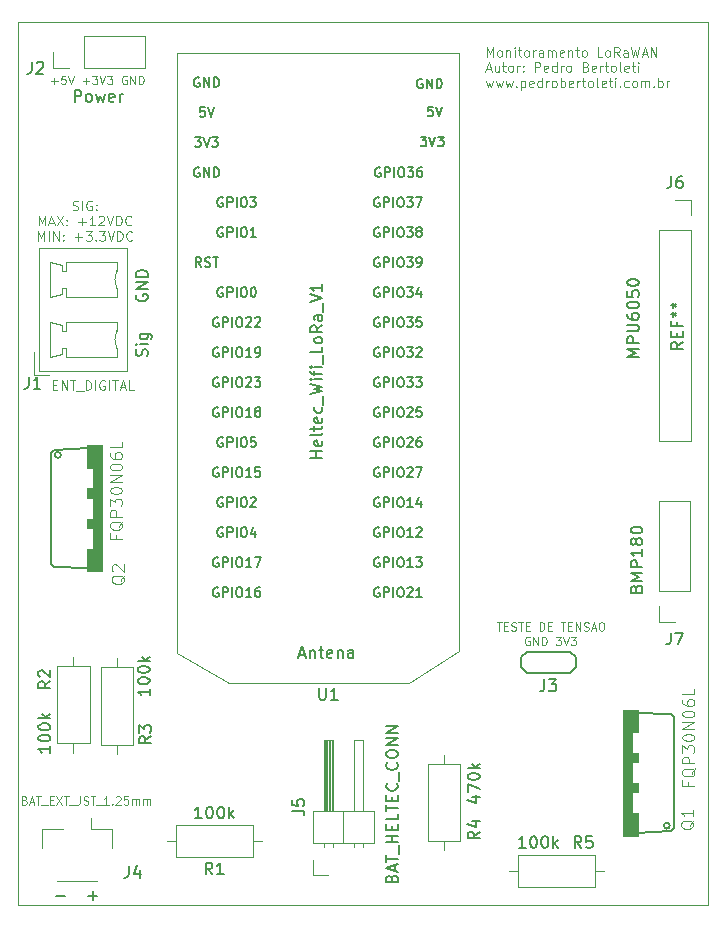
<source format=gbr>
G04 #@! TF.GenerationSoftware,KiCad,Pcbnew,5.1.5+dfsg1-2build2*
G04 #@! TF.CreationDate,2020-10-23T17:48:02-04:00*
G04 #@! TF.ProjectId,placa_manutencao_preventiva,706c6163-615f-46d6-916e-7574656e6361,rev?*
G04 #@! TF.SameCoordinates,Original*
G04 #@! TF.FileFunction,Legend,Top*
G04 #@! TF.FilePolarity,Positive*
%FSLAX46Y46*%
G04 Gerber Fmt 4.6, Leading zero omitted, Abs format (unit mm)*
G04 Created by KiCad (PCBNEW 5.1.5+dfsg1-2build2) date 2020-10-23 17:48:02*
%MOMM*%
%LPD*%
G04 APERTURE LIST*
%ADD10C,0.100000*%
%ADD11C,0.050000*%
%ADD12C,0.070000*%
%ADD13C,0.150000*%
%ADD14C,0.080000*%
%ADD15C,0.120000*%
%ADD16C,0.127000*%
%ADD17C,0.010000*%
%ADD18C,0.015000*%
G04 APERTURE END LIST*
D10*
X117400276Y-17857904D02*
X117400276Y-17057904D01*
X117666942Y-17629333D01*
X117933609Y-17057904D01*
X117933609Y-17857904D01*
X118428847Y-17857904D02*
X118352657Y-17819809D01*
X118314561Y-17781714D01*
X118276466Y-17705523D01*
X118276466Y-17476952D01*
X118314561Y-17400761D01*
X118352657Y-17362666D01*
X118428847Y-17324571D01*
X118543133Y-17324571D01*
X118619323Y-17362666D01*
X118657419Y-17400761D01*
X118695514Y-17476952D01*
X118695514Y-17705523D01*
X118657419Y-17781714D01*
X118619323Y-17819809D01*
X118543133Y-17857904D01*
X118428847Y-17857904D01*
X119038371Y-17324571D02*
X119038371Y-17857904D01*
X119038371Y-17400761D02*
X119076466Y-17362666D01*
X119152657Y-17324571D01*
X119266942Y-17324571D01*
X119343133Y-17362666D01*
X119381228Y-17438857D01*
X119381228Y-17857904D01*
X119762180Y-17857904D02*
X119762180Y-17324571D01*
X119762180Y-17057904D02*
X119724085Y-17096000D01*
X119762180Y-17134095D01*
X119800276Y-17096000D01*
X119762180Y-17057904D01*
X119762180Y-17134095D01*
X120028847Y-17324571D02*
X120333609Y-17324571D01*
X120143133Y-17057904D02*
X120143133Y-17743619D01*
X120181228Y-17819809D01*
X120257419Y-17857904D01*
X120333609Y-17857904D01*
X120714561Y-17857904D02*
X120638371Y-17819809D01*
X120600276Y-17781714D01*
X120562180Y-17705523D01*
X120562180Y-17476952D01*
X120600276Y-17400761D01*
X120638371Y-17362666D01*
X120714561Y-17324571D01*
X120828847Y-17324571D01*
X120905038Y-17362666D01*
X120943133Y-17400761D01*
X120981228Y-17476952D01*
X120981228Y-17705523D01*
X120943133Y-17781714D01*
X120905038Y-17819809D01*
X120828847Y-17857904D01*
X120714561Y-17857904D01*
X121324085Y-17857904D02*
X121324085Y-17324571D01*
X121324085Y-17476952D02*
X121362180Y-17400761D01*
X121400276Y-17362666D01*
X121476466Y-17324571D01*
X121552657Y-17324571D01*
X122162180Y-17857904D02*
X122162180Y-17438857D01*
X122124085Y-17362666D01*
X122047895Y-17324571D01*
X121895514Y-17324571D01*
X121819323Y-17362666D01*
X122162180Y-17819809D02*
X122085990Y-17857904D01*
X121895514Y-17857904D01*
X121819323Y-17819809D01*
X121781228Y-17743619D01*
X121781228Y-17667428D01*
X121819323Y-17591238D01*
X121895514Y-17553142D01*
X122085990Y-17553142D01*
X122162180Y-17515047D01*
X122543133Y-17857904D02*
X122543133Y-17324571D01*
X122543133Y-17400761D02*
X122581228Y-17362666D01*
X122657419Y-17324571D01*
X122771704Y-17324571D01*
X122847895Y-17362666D01*
X122885990Y-17438857D01*
X122885990Y-17857904D01*
X122885990Y-17438857D02*
X122924085Y-17362666D01*
X123000276Y-17324571D01*
X123114561Y-17324571D01*
X123190752Y-17362666D01*
X123228847Y-17438857D01*
X123228847Y-17857904D01*
X123914561Y-17819809D02*
X123838371Y-17857904D01*
X123685990Y-17857904D01*
X123609800Y-17819809D01*
X123571704Y-17743619D01*
X123571704Y-17438857D01*
X123609800Y-17362666D01*
X123685990Y-17324571D01*
X123838371Y-17324571D01*
X123914561Y-17362666D01*
X123952657Y-17438857D01*
X123952657Y-17515047D01*
X123571704Y-17591238D01*
X124295514Y-17324571D02*
X124295514Y-17857904D01*
X124295514Y-17400761D02*
X124333609Y-17362666D01*
X124409800Y-17324571D01*
X124524085Y-17324571D01*
X124600276Y-17362666D01*
X124638371Y-17438857D01*
X124638371Y-17857904D01*
X124905038Y-17324571D02*
X125209800Y-17324571D01*
X125019323Y-17057904D02*
X125019323Y-17743619D01*
X125057419Y-17819809D01*
X125133609Y-17857904D01*
X125209800Y-17857904D01*
X125590752Y-17857904D02*
X125514561Y-17819809D01*
X125476466Y-17781714D01*
X125438371Y-17705523D01*
X125438371Y-17476952D01*
X125476466Y-17400761D01*
X125514561Y-17362666D01*
X125590752Y-17324571D01*
X125705038Y-17324571D01*
X125781228Y-17362666D01*
X125819323Y-17400761D01*
X125857419Y-17476952D01*
X125857419Y-17705523D01*
X125819323Y-17781714D01*
X125781228Y-17819809D01*
X125705038Y-17857904D01*
X125590752Y-17857904D01*
X127190752Y-17857904D02*
X126809800Y-17857904D01*
X126809800Y-17057904D01*
X127571704Y-17857904D02*
X127495514Y-17819809D01*
X127457419Y-17781714D01*
X127419323Y-17705523D01*
X127419323Y-17476952D01*
X127457419Y-17400761D01*
X127495514Y-17362666D01*
X127571704Y-17324571D01*
X127685990Y-17324571D01*
X127762180Y-17362666D01*
X127800276Y-17400761D01*
X127838371Y-17476952D01*
X127838371Y-17705523D01*
X127800276Y-17781714D01*
X127762180Y-17819809D01*
X127685990Y-17857904D01*
X127571704Y-17857904D01*
X128638371Y-17857904D02*
X128371704Y-17476952D01*
X128181228Y-17857904D02*
X128181228Y-17057904D01*
X128485990Y-17057904D01*
X128562180Y-17096000D01*
X128600276Y-17134095D01*
X128638371Y-17210285D01*
X128638371Y-17324571D01*
X128600276Y-17400761D01*
X128562180Y-17438857D01*
X128485990Y-17476952D01*
X128181228Y-17476952D01*
X129324085Y-17857904D02*
X129324085Y-17438857D01*
X129285990Y-17362666D01*
X129209800Y-17324571D01*
X129057419Y-17324571D01*
X128981228Y-17362666D01*
X129324085Y-17819809D02*
X129247895Y-17857904D01*
X129057419Y-17857904D01*
X128981228Y-17819809D01*
X128943133Y-17743619D01*
X128943133Y-17667428D01*
X128981228Y-17591238D01*
X129057419Y-17553142D01*
X129247895Y-17553142D01*
X129324085Y-17515047D01*
X129628847Y-17057904D02*
X129819323Y-17857904D01*
X129971704Y-17286476D01*
X130124085Y-17857904D01*
X130314561Y-17057904D01*
X130581228Y-17629333D02*
X130962180Y-17629333D01*
X130505038Y-17857904D02*
X130771704Y-17057904D01*
X131038371Y-17857904D01*
X131305038Y-17857904D02*
X131305038Y-17057904D01*
X131762180Y-17857904D01*
X131762180Y-17057904D01*
X117362180Y-18929333D02*
X117743133Y-18929333D01*
X117285990Y-19157904D02*
X117552657Y-18357904D01*
X117819323Y-19157904D01*
X118428847Y-18624571D02*
X118428847Y-19157904D01*
X118085990Y-18624571D02*
X118085990Y-19043619D01*
X118124085Y-19119809D01*
X118200276Y-19157904D01*
X118314561Y-19157904D01*
X118390752Y-19119809D01*
X118428847Y-19081714D01*
X118695514Y-18624571D02*
X119000276Y-18624571D01*
X118809800Y-18357904D02*
X118809800Y-19043619D01*
X118847895Y-19119809D01*
X118924085Y-19157904D01*
X119000276Y-19157904D01*
X119381228Y-19157904D02*
X119305038Y-19119809D01*
X119266942Y-19081714D01*
X119228847Y-19005523D01*
X119228847Y-18776952D01*
X119266942Y-18700761D01*
X119305038Y-18662666D01*
X119381228Y-18624571D01*
X119495514Y-18624571D01*
X119571704Y-18662666D01*
X119609800Y-18700761D01*
X119647895Y-18776952D01*
X119647895Y-19005523D01*
X119609800Y-19081714D01*
X119571704Y-19119809D01*
X119495514Y-19157904D01*
X119381228Y-19157904D01*
X119990752Y-19157904D02*
X119990752Y-18624571D01*
X119990752Y-18776952D02*
X120028847Y-18700761D01*
X120066942Y-18662666D01*
X120143133Y-18624571D01*
X120219323Y-18624571D01*
X120485990Y-19081714D02*
X120524085Y-19119809D01*
X120485990Y-19157904D01*
X120447895Y-19119809D01*
X120485990Y-19081714D01*
X120485990Y-19157904D01*
X120485990Y-18662666D02*
X120524085Y-18700761D01*
X120485990Y-18738857D01*
X120447895Y-18700761D01*
X120485990Y-18662666D01*
X120485990Y-18738857D01*
X121476466Y-19157904D02*
X121476466Y-18357904D01*
X121781228Y-18357904D01*
X121857419Y-18396000D01*
X121895514Y-18434095D01*
X121933609Y-18510285D01*
X121933609Y-18624571D01*
X121895514Y-18700761D01*
X121857419Y-18738857D01*
X121781228Y-18776952D01*
X121476466Y-18776952D01*
X122581228Y-19119809D02*
X122505038Y-19157904D01*
X122352657Y-19157904D01*
X122276466Y-19119809D01*
X122238371Y-19043619D01*
X122238371Y-18738857D01*
X122276466Y-18662666D01*
X122352657Y-18624571D01*
X122505038Y-18624571D01*
X122581228Y-18662666D01*
X122619323Y-18738857D01*
X122619323Y-18815047D01*
X122238371Y-18891238D01*
X123305038Y-19157904D02*
X123305038Y-18357904D01*
X123305038Y-19119809D02*
X123228847Y-19157904D01*
X123076466Y-19157904D01*
X123000276Y-19119809D01*
X122962180Y-19081714D01*
X122924085Y-19005523D01*
X122924085Y-18776952D01*
X122962180Y-18700761D01*
X123000276Y-18662666D01*
X123076466Y-18624571D01*
X123228847Y-18624571D01*
X123305038Y-18662666D01*
X123685990Y-19157904D02*
X123685990Y-18624571D01*
X123685990Y-18776952D02*
X123724085Y-18700761D01*
X123762180Y-18662666D01*
X123838371Y-18624571D01*
X123914561Y-18624571D01*
X124295514Y-19157904D02*
X124219323Y-19119809D01*
X124181228Y-19081714D01*
X124143133Y-19005523D01*
X124143133Y-18776952D01*
X124181228Y-18700761D01*
X124219323Y-18662666D01*
X124295514Y-18624571D01*
X124409800Y-18624571D01*
X124485990Y-18662666D01*
X124524085Y-18700761D01*
X124562180Y-18776952D01*
X124562180Y-19005523D01*
X124524085Y-19081714D01*
X124485990Y-19119809D01*
X124409800Y-19157904D01*
X124295514Y-19157904D01*
X125781228Y-18738857D02*
X125895514Y-18776952D01*
X125933609Y-18815047D01*
X125971704Y-18891238D01*
X125971704Y-19005523D01*
X125933609Y-19081714D01*
X125895514Y-19119809D01*
X125819323Y-19157904D01*
X125514561Y-19157904D01*
X125514561Y-18357904D01*
X125781228Y-18357904D01*
X125857419Y-18396000D01*
X125895514Y-18434095D01*
X125933609Y-18510285D01*
X125933609Y-18586476D01*
X125895514Y-18662666D01*
X125857419Y-18700761D01*
X125781228Y-18738857D01*
X125514561Y-18738857D01*
X126619323Y-19119809D02*
X126543133Y-19157904D01*
X126390752Y-19157904D01*
X126314561Y-19119809D01*
X126276466Y-19043619D01*
X126276466Y-18738857D01*
X126314561Y-18662666D01*
X126390752Y-18624571D01*
X126543133Y-18624571D01*
X126619323Y-18662666D01*
X126657419Y-18738857D01*
X126657419Y-18815047D01*
X126276466Y-18891238D01*
X127000276Y-19157904D02*
X127000276Y-18624571D01*
X127000276Y-18776952D02*
X127038371Y-18700761D01*
X127076466Y-18662666D01*
X127152657Y-18624571D01*
X127228847Y-18624571D01*
X127381228Y-18624571D02*
X127685990Y-18624571D01*
X127495514Y-18357904D02*
X127495514Y-19043619D01*
X127533609Y-19119809D01*
X127609800Y-19157904D01*
X127685990Y-19157904D01*
X128066942Y-19157904D02*
X127990752Y-19119809D01*
X127952657Y-19081714D01*
X127914561Y-19005523D01*
X127914561Y-18776952D01*
X127952657Y-18700761D01*
X127990752Y-18662666D01*
X128066942Y-18624571D01*
X128181228Y-18624571D01*
X128257419Y-18662666D01*
X128295514Y-18700761D01*
X128333609Y-18776952D01*
X128333609Y-19005523D01*
X128295514Y-19081714D01*
X128257419Y-19119809D01*
X128181228Y-19157904D01*
X128066942Y-19157904D01*
X128790752Y-19157904D02*
X128714561Y-19119809D01*
X128676466Y-19043619D01*
X128676466Y-18357904D01*
X129400276Y-19119809D02*
X129324085Y-19157904D01*
X129171704Y-19157904D01*
X129095514Y-19119809D01*
X129057419Y-19043619D01*
X129057419Y-18738857D01*
X129095514Y-18662666D01*
X129171704Y-18624571D01*
X129324085Y-18624571D01*
X129400276Y-18662666D01*
X129438371Y-18738857D01*
X129438371Y-18815047D01*
X129057419Y-18891238D01*
X129666942Y-18624571D02*
X129971704Y-18624571D01*
X129781228Y-18357904D02*
X129781228Y-19043619D01*
X129819323Y-19119809D01*
X129895514Y-19157904D01*
X129971704Y-19157904D01*
X130238371Y-19157904D02*
X130238371Y-18624571D01*
X130238371Y-18357904D02*
X130200276Y-18396000D01*
X130238371Y-18434095D01*
X130276466Y-18396000D01*
X130238371Y-18357904D01*
X130238371Y-18434095D01*
X117324085Y-19924571D02*
X117476466Y-20457904D01*
X117628847Y-20076952D01*
X117781228Y-20457904D01*
X117933609Y-19924571D01*
X118162180Y-19924571D02*
X118314561Y-20457904D01*
X118466942Y-20076952D01*
X118619323Y-20457904D01*
X118771704Y-19924571D01*
X119000276Y-19924571D02*
X119152657Y-20457904D01*
X119305038Y-20076952D01*
X119457419Y-20457904D01*
X119609800Y-19924571D01*
X119914561Y-20381714D02*
X119952657Y-20419809D01*
X119914561Y-20457904D01*
X119876466Y-20419809D01*
X119914561Y-20381714D01*
X119914561Y-20457904D01*
X120295514Y-19924571D02*
X120295514Y-20724571D01*
X120295514Y-19962666D02*
X120371704Y-19924571D01*
X120524085Y-19924571D01*
X120600276Y-19962666D01*
X120638371Y-20000761D01*
X120676466Y-20076952D01*
X120676466Y-20305523D01*
X120638371Y-20381714D01*
X120600276Y-20419809D01*
X120524085Y-20457904D01*
X120371704Y-20457904D01*
X120295514Y-20419809D01*
X121324085Y-20419809D02*
X121247895Y-20457904D01*
X121095514Y-20457904D01*
X121019323Y-20419809D01*
X120981228Y-20343619D01*
X120981228Y-20038857D01*
X121019323Y-19962666D01*
X121095514Y-19924571D01*
X121247895Y-19924571D01*
X121324085Y-19962666D01*
X121362180Y-20038857D01*
X121362180Y-20115047D01*
X120981228Y-20191238D01*
X122047895Y-20457904D02*
X122047895Y-19657904D01*
X122047895Y-20419809D02*
X121971704Y-20457904D01*
X121819323Y-20457904D01*
X121743133Y-20419809D01*
X121705038Y-20381714D01*
X121666942Y-20305523D01*
X121666942Y-20076952D01*
X121705038Y-20000761D01*
X121743133Y-19962666D01*
X121819323Y-19924571D01*
X121971704Y-19924571D01*
X122047895Y-19962666D01*
X122428847Y-20457904D02*
X122428847Y-19924571D01*
X122428847Y-20076952D02*
X122466942Y-20000761D01*
X122505038Y-19962666D01*
X122581228Y-19924571D01*
X122657419Y-19924571D01*
X123038371Y-20457904D02*
X122962180Y-20419809D01*
X122924085Y-20381714D01*
X122885990Y-20305523D01*
X122885990Y-20076952D01*
X122924085Y-20000761D01*
X122962180Y-19962666D01*
X123038371Y-19924571D01*
X123152657Y-19924571D01*
X123228847Y-19962666D01*
X123266942Y-20000761D01*
X123305038Y-20076952D01*
X123305038Y-20305523D01*
X123266942Y-20381714D01*
X123228847Y-20419809D01*
X123152657Y-20457904D01*
X123038371Y-20457904D01*
X123647895Y-20457904D02*
X123647895Y-19657904D01*
X123647895Y-19962666D02*
X123724085Y-19924571D01*
X123876466Y-19924571D01*
X123952657Y-19962666D01*
X123990752Y-20000761D01*
X124028847Y-20076952D01*
X124028847Y-20305523D01*
X123990752Y-20381714D01*
X123952657Y-20419809D01*
X123876466Y-20457904D01*
X123724085Y-20457904D01*
X123647895Y-20419809D01*
X124676466Y-20419809D02*
X124600276Y-20457904D01*
X124447895Y-20457904D01*
X124371704Y-20419809D01*
X124333609Y-20343619D01*
X124333609Y-20038857D01*
X124371704Y-19962666D01*
X124447895Y-19924571D01*
X124600276Y-19924571D01*
X124676466Y-19962666D01*
X124714561Y-20038857D01*
X124714561Y-20115047D01*
X124333609Y-20191238D01*
X125057419Y-20457904D02*
X125057419Y-19924571D01*
X125057419Y-20076952D02*
X125095514Y-20000761D01*
X125133609Y-19962666D01*
X125209800Y-19924571D01*
X125285990Y-19924571D01*
X125438371Y-19924571D02*
X125743133Y-19924571D01*
X125552657Y-19657904D02*
X125552657Y-20343619D01*
X125590752Y-20419809D01*
X125666942Y-20457904D01*
X125743133Y-20457904D01*
X126124085Y-20457904D02*
X126047895Y-20419809D01*
X126009800Y-20381714D01*
X125971704Y-20305523D01*
X125971704Y-20076952D01*
X126009800Y-20000761D01*
X126047895Y-19962666D01*
X126124085Y-19924571D01*
X126238371Y-19924571D01*
X126314561Y-19962666D01*
X126352657Y-20000761D01*
X126390752Y-20076952D01*
X126390752Y-20305523D01*
X126352657Y-20381714D01*
X126314561Y-20419809D01*
X126238371Y-20457904D01*
X126124085Y-20457904D01*
X126847895Y-20457904D02*
X126771704Y-20419809D01*
X126733609Y-20343619D01*
X126733609Y-19657904D01*
X127457419Y-20419809D02*
X127381228Y-20457904D01*
X127228847Y-20457904D01*
X127152657Y-20419809D01*
X127114561Y-20343619D01*
X127114561Y-20038857D01*
X127152657Y-19962666D01*
X127228847Y-19924571D01*
X127381228Y-19924571D01*
X127457419Y-19962666D01*
X127495514Y-20038857D01*
X127495514Y-20115047D01*
X127114561Y-20191238D01*
X127724085Y-19924571D02*
X128028847Y-19924571D01*
X127838371Y-19657904D02*
X127838371Y-20343619D01*
X127876466Y-20419809D01*
X127952657Y-20457904D01*
X128028847Y-20457904D01*
X128295514Y-20457904D02*
X128295514Y-19924571D01*
X128295514Y-19657904D02*
X128257419Y-19696000D01*
X128295514Y-19734095D01*
X128333609Y-19696000D01*
X128295514Y-19657904D01*
X128295514Y-19734095D01*
X128676466Y-20381714D02*
X128714561Y-20419809D01*
X128676466Y-20457904D01*
X128638371Y-20419809D01*
X128676466Y-20381714D01*
X128676466Y-20457904D01*
X129400276Y-20419809D02*
X129324085Y-20457904D01*
X129171704Y-20457904D01*
X129095514Y-20419809D01*
X129057419Y-20381714D01*
X129019323Y-20305523D01*
X129019323Y-20076952D01*
X129057419Y-20000761D01*
X129095514Y-19962666D01*
X129171704Y-19924571D01*
X129324085Y-19924571D01*
X129400276Y-19962666D01*
X129857419Y-20457904D02*
X129781228Y-20419809D01*
X129743133Y-20381714D01*
X129705038Y-20305523D01*
X129705038Y-20076952D01*
X129743133Y-20000761D01*
X129781228Y-19962666D01*
X129857419Y-19924571D01*
X129971704Y-19924571D01*
X130047895Y-19962666D01*
X130085990Y-20000761D01*
X130124085Y-20076952D01*
X130124085Y-20305523D01*
X130085990Y-20381714D01*
X130047895Y-20419809D01*
X129971704Y-20457904D01*
X129857419Y-20457904D01*
X130466942Y-20457904D02*
X130466942Y-19924571D01*
X130466942Y-20000761D02*
X130505038Y-19962666D01*
X130581228Y-19924571D01*
X130695514Y-19924571D01*
X130771704Y-19962666D01*
X130809800Y-20038857D01*
X130809800Y-20457904D01*
X130809800Y-20038857D02*
X130847895Y-19962666D01*
X130924085Y-19924571D01*
X131038371Y-19924571D01*
X131114561Y-19962666D01*
X131152657Y-20038857D01*
X131152657Y-20457904D01*
X131533609Y-20381714D02*
X131571704Y-20419809D01*
X131533609Y-20457904D01*
X131495514Y-20419809D01*
X131533609Y-20381714D01*
X131533609Y-20457904D01*
X131914561Y-20457904D02*
X131914561Y-19657904D01*
X131914561Y-19962666D02*
X131990752Y-19924571D01*
X132143133Y-19924571D01*
X132219323Y-19962666D01*
X132257419Y-20000761D01*
X132295514Y-20076952D01*
X132295514Y-20305523D01*
X132257419Y-20381714D01*
X132219323Y-20419809D01*
X132143133Y-20457904D01*
X131990752Y-20457904D01*
X131914561Y-20419809D01*
X132638371Y-20457904D02*
X132638371Y-19924571D01*
X132638371Y-20076952D02*
X132676466Y-20000761D01*
X132714561Y-19962666D01*
X132790752Y-19924571D01*
X132866942Y-19924571D01*
D11*
X77673200Y-14935200D02*
X77673200Y-15290800D01*
X77876400Y-14935200D02*
X77673200Y-14935200D01*
X136093200Y-14935200D02*
X77876400Y-14935200D01*
X136093200Y-89662000D02*
X136093200Y-14935200D01*
X77673200Y-89662000D02*
X136093200Y-89662000D01*
D12*
X80529600Y-19912800D02*
X81062933Y-19912800D01*
X80796266Y-20179466D02*
X80796266Y-19646133D01*
X81729600Y-19479466D02*
X81396266Y-19479466D01*
X81362933Y-19812800D01*
X81396266Y-19779466D01*
X81462933Y-19746133D01*
X81629600Y-19746133D01*
X81696266Y-19779466D01*
X81729600Y-19812800D01*
X81762933Y-19879466D01*
X81762933Y-20046133D01*
X81729600Y-20112800D01*
X81696266Y-20146133D01*
X81629600Y-20179466D01*
X81462933Y-20179466D01*
X81396266Y-20146133D01*
X81362933Y-20112800D01*
X81962933Y-19479466D02*
X82196266Y-20179466D01*
X82429600Y-19479466D01*
X83196266Y-19912800D02*
X83729600Y-19912800D01*
X83462933Y-20179466D02*
X83462933Y-19646133D01*
X83996266Y-19479466D02*
X84429600Y-19479466D01*
X84196266Y-19746133D01*
X84296266Y-19746133D01*
X84362933Y-19779466D01*
X84396266Y-19812800D01*
X84429600Y-19879466D01*
X84429600Y-20046133D01*
X84396266Y-20112800D01*
X84362933Y-20146133D01*
X84296266Y-20179466D01*
X84096266Y-20179466D01*
X84029600Y-20146133D01*
X83996266Y-20112800D01*
X84629600Y-19479466D02*
X84862933Y-20179466D01*
X85096266Y-19479466D01*
X85262933Y-19479466D02*
X85696266Y-19479466D01*
X85462933Y-19746133D01*
X85562933Y-19746133D01*
X85629600Y-19779466D01*
X85662933Y-19812800D01*
X85696266Y-19879466D01*
X85696266Y-20046133D01*
X85662933Y-20112800D01*
X85629600Y-20146133D01*
X85562933Y-20179466D01*
X85362933Y-20179466D01*
X85296266Y-20146133D01*
X85262933Y-20112800D01*
X86896266Y-19512800D02*
X86829600Y-19479466D01*
X86729600Y-19479466D01*
X86629600Y-19512800D01*
X86562933Y-19579466D01*
X86529600Y-19646133D01*
X86496266Y-19779466D01*
X86496266Y-19879466D01*
X86529600Y-20012800D01*
X86562933Y-20079466D01*
X86629600Y-20146133D01*
X86729600Y-20179466D01*
X86796266Y-20179466D01*
X86896266Y-20146133D01*
X86929600Y-20112800D01*
X86929600Y-19879466D01*
X86796266Y-19879466D01*
X87229600Y-20179466D02*
X87229600Y-19479466D01*
X87629600Y-20179466D01*
X87629600Y-19479466D01*
X87962933Y-20179466D02*
X87962933Y-19479466D01*
X88129600Y-19479466D01*
X88229600Y-19512800D01*
X88296266Y-19579466D01*
X88329600Y-19646133D01*
X88362933Y-19779466D01*
X88362933Y-19879466D01*
X88329600Y-20012800D01*
X88296266Y-20079466D01*
X88229600Y-20146133D01*
X88129600Y-20179466D01*
X87962933Y-20179466D01*
D13*
X88644361Y-43216057D02*
X88691980Y-43073200D01*
X88691980Y-42835104D01*
X88644361Y-42739866D01*
X88596742Y-42692247D01*
X88501504Y-42644628D01*
X88406266Y-42644628D01*
X88311028Y-42692247D01*
X88263409Y-42739866D01*
X88215790Y-42835104D01*
X88168171Y-43025580D01*
X88120552Y-43120819D01*
X88072933Y-43168438D01*
X87977695Y-43216057D01*
X87882457Y-43216057D01*
X87787219Y-43168438D01*
X87739600Y-43120819D01*
X87691980Y-43025580D01*
X87691980Y-42787485D01*
X87739600Y-42644628D01*
X88691980Y-42216057D02*
X88025314Y-42216057D01*
X87691980Y-42216057D02*
X87739600Y-42263676D01*
X87787219Y-42216057D01*
X87739600Y-42168438D01*
X87691980Y-42216057D01*
X87787219Y-42216057D01*
X88025314Y-41311295D02*
X88834838Y-41311295D01*
X88930076Y-41358914D01*
X88977695Y-41406533D01*
X89025314Y-41501771D01*
X89025314Y-41644628D01*
X88977695Y-41739866D01*
X88644361Y-41311295D02*
X88691980Y-41406533D01*
X88691980Y-41597009D01*
X88644361Y-41692247D01*
X88596742Y-41739866D01*
X88501504Y-41787485D01*
X88215790Y-41787485D01*
X88120552Y-41739866D01*
X88072933Y-41692247D01*
X88025314Y-41597009D01*
X88025314Y-41406533D01*
X88072933Y-41311295D01*
X87739600Y-38025580D02*
X87691980Y-38120819D01*
X87691980Y-38263676D01*
X87739600Y-38406533D01*
X87834838Y-38501771D01*
X87930076Y-38549390D01*
X88120552Y-38597009D01*
X88263409Y-38597009D01*
X88453885Y-38549390D01*
X88549123Y-38501771D01*
X88644361Y-38406533D01*
X88691980Y-38263676D01*
X88691980Y-38168438D01*
X88644361Y-38025580D01*
X88596742Y-37977961D01*
X88263409Y-37977961D01*
X88263409Y-38168438D01*
X88691980Y-37549390D02*
X87691980Y-37549390D01*
X88691980Y-36977961D01*
X87691980Y-36977961D01*
X88691980Y-36501771D02*
X87691980Y-36501771D01*
X87691980Y-36263676D01*
X87739600Y-36120819D01*
X87834838Y-36025580D01*
X87930076Y-35977961D01*
X88120552Y-35930342D01*
X88263409Y-35930342D01*
X88453885Y-35977961D01*
X88549123Y-36025580D01*
X88644361Y-36120819D01*
X88691980Y-36263676D01*
X88691980Y-36501771D01*
X80889695Y-88920628D02*
X81651600Y-88920628D01*
X83651600Y-88920628D02*
X84413504Y-88920628D01*
X84032552Y-89301580D02*
X84032552Y-88539676D01*
D11*
X77673200Y-15290800D02*
X77673200Y-89662000D01*
D14*
X121016933Y-67010800D02*
X120950266Y-66977466D01*
X120850266Y-66977466D01*
X120750266Y-67010800D01*
X120683600Y-67077466D01*
X120650266Y-67144133D01*
X120616933Y-67277466D01*
X120616933Y-67377466D01*
X120650266Y-67510800D01*
X120683600Y-67577466D01*
X120750266Y-67644133D01*
X120850266Y-67677466D01*
X120916933Y-67677466D01*
X121016933Y-67644133D01*
X121050266Y-67610800D01*
X121050266Y-67377466D01*
X120916933Y-67377466D01*
X121350266Y-67677466D02*
X121350266Y-66977466D01*
X121750266Y-67677466D01*
X121750266Y-66977466D01*
X122083600Y-67677466D02*
X122083600Y-66977466D01*
X122250266Y-66977466D01*
X122350266Y-67010800D01*
X122416933Y-67077466D01*
X122450266Y-67144133D01*
X122483600Y-67277466D01*
X122483600Y-67377466D01*
X122450266Y-67510800D01*
X122416933Y-67577466D01*
X122350266Y-67644133D01*
X122250266Y-67677466D01*
X122083600Y-67677466D01*
X123250266Y-66977466D02*
X123683600Y-66977466D01*
X123450266Y-67244133D01*
X123550266Y-67244133D01*
X123616933Y-67277466D01*
X123650266Y-67310800D01*
X123683600Y-67377466D01*
X123683600Y-67544133D01*
X123650266Y-67610800D01*
X123616933Y-67644133D01*
X123550266Y-67677466D01*
X123350266Y-67677466D01*
X123283600Y-67644133D01*
X123250266Y-67610800D01*
X123883600Y-66977466D02*
X124116933Y-67677466D01*
X124350266Y-66977466D01*
X124516933Y-66977466D02*
X124950266Y-66977466D01*
X124716933Y-67244133D01*
X124816933Y-67244133D01*
X124883600Y-67277466D01*
X124916933Y-67310800D01*
X124950266Y-67377466D01*
X124950266Y-67544133D01*
X124916933Y-67610800D01*
X124883600Y-67644133D01*
X124816933Y-67677466D01*
X124616933Y-67677466D01*
X124550266Y-67644133D01*
X124516933Y-67610800D01*
X82353276Y-30844609D02*
X82467561Y-30882704D01*
X82658038Y-30882704D01*
X82734228Y-30844609D01*
X82772323Y-30806514D01*
X82810419Y-30730323D01*
X82810419Y-30654133D01*
X82772323Y-30577942D01*
X82734228Y-30539847D01*
X82658038Y-30501752D01*
X82505657Y-30463657D01*
X82429466Y-30425561D01*
X82391371Y-30387466D01*
X82353276Y-30311276D01*
X82353276Y-30235085D01*
X82391371Y-30158895D01*
X82429466Y-30120800D01*
X82505657Y-30082704D01*
X82696133Y-30082704D01*
X82810419Y-30120800D01*
X83153276Y-30882704D02*
X83153276Y-30082704D01*
X83953276Y-30120800D02*
X83877085Y-30082704D01*
X83762800Y-30082704D01*
X83648514Y-30120800D01*
X83572323Y-30196990D01*
X83534228Y-30273180D01*
X83496133Y-30425561D01*
X83496133Y-30539847D01*
X83534228Y-30692228D01*
X83572323Y-30768419D01*
X83648514Y-30844609D01*
X83762800Y-30882704D01*
X83838990Y-30882704D01*
X83953276Y-30844609D01*
X83991371Y-30806514D01*
X83991371Y-30539847D01*
X83838990Y-30539847D01*
X84334228Y-30806514D02*
X84372323Y-30844609D01*
X84334228Y-30882704D01*
X84296133Y-30844609D01*
X84334228Y-30806514D01*
X84334228Y-30882704D01*
X84334228Y-30387466D02*
X84372323Y-30425561D01*
X84334228Y-30463657D01*
X84296133Y-30425561D01*
X84334228Y-30387466D01*
X84334228Y-30463657D01*
X79477085Y-32162704D02*
X79477085Y-31362704D01*
X79743752Y-31934133D01*
X80010419Y-31362704D01*
X80010419Y-32162704D01*
X80353276Y-31934133D02*
X80734228Y-31934133D01*
X80277085Y-32162704D02*
X80543752Y-31362704D01*
X80810419Y-32162704D01*
X81000895Y-31362704D02*
X81534228Y-32162704D01*
X81534228Y-31362704D02*
X81000895Y-32162704D01*
X81838990Y-32086514D02*
X81877085Y-32124609D01*
X81838990Y-32162704D01*
X81800895Y-32124609D01*
X81838990Y-32086514D01*
X81838990Y-32162704D01*
X81838990Y-31667466D02*
X81877085Y-31705561D01*
X81838990Y-31743657D01*
X81800895Y-31705561D01*
X81838990Y-31667466D01*
X81838990Y-31743657D01*
X82829466Y-31857942D02*
X83438990Y-31857942D01*
X83134228Y-32162704D02*
X83134228Y-31553180D01*
X84238990Y-32162704D02*
X83781847Y-32162704D01*
X84010419Y-32162704D02*
X84010419Y-31362704D01*
X83934228Y-31476990D01*
X83858038Y-31553180D01*
X83781847Y-31591276D01*
X84543752Y-31438895D02*
X84581847Y-31400800D01*
X84658038Y-31362704D01*
X84848514Y-31362704D01*
X84924704Y-31400800D01*
X84962800Y-31438895D01*
X85000895Y-31515085D01*
X85000895Y-31591276D01*
X84962800Y-31705561D01*
X84505657Y-32162704D01*
X85000895Y-32162704D01*
X85229466Y-31362704D02*
X85496133Y-32162704D01*
X85762800Y-31362704D01*
X86029466Y-32162704D02*
X86029466Y-31362704D01*
X86219942Y-31362704D01*
X86334228Y-31400800D01*
X86410419Y-31476990D01*
X86448514Y-31553180D01*
X86486609Y-31705561D01*
X86486609Y-31819847D01*
X86448514Y-31972228D01*
X86410419Y-32048419D01*
X86334228Y-32124609D01*
X86219942Y-32162704D01*
X86029466Y-32162704D01*
X87286609Y-32086514D02*
X87248514Y-32124609D01*
X87134228Y-32162704D01*
X87058038Y-32162704D01*
X86943752Y-32124609D01*
X86867561Y-32048419D01*
X86829466Y-31972228D01*
X86791371Y-31819847D01*
X86791371Y-31705561D01*
X86829466Y-31553180D01*
X86867561Y-31476990D01*
X86943752Y-31400800D01*
X87058038Y-31362704D01*
X87134228Y-31362704D01*
X87248514Y-31400800D01*
X87286609Y-31438895D01*
X79400895Y-33442704D02*
X79400895Y-32642704D01*
X79667561Y-33214133D01*
X79934228Y-32642704D01*
X79934228Y-33442704D01*
X80315180Y-33442704D02*
X80315180Y-32642704D01*
X80696133Y-33442704D02*
X80696133Y-32642704D01*
X81153276Y-33442704D01*
X81153276Y-32642704D01*
X81534228Y-33366514D02*
X81572323Y-33404609D01*
X81534228Y-33442704D01*
X81496133Y-33404609D01*
X81534228Y-33366514D01*
X81534228Y-33442704D01*
X81534228Y-32947466D02*
X81572323Y-32985561D01*
X81534228Y-33023657D01*
X81496133Y-32985561D01*
X81534228Y-32947466D01*
X81534228Y-33023657D01*
X82524704Y-33137942D02*
X83134228Y-33137942D01*
X82829466Y-33442704D02*
X82829466Y-32833180D01*
X83438990Y-32642704D02*
X83934228Y-32642704D01*
X83667561Y-32947466D01*
X83781847Y-32947466D01*
X83858038Y-32985561D01*
X83896133Y-33023657D01*
X83934228Y-33099847D01*
X83934228Y-33290323D01*
X83896133Y-33366514D01*
X83858038Y-33404609D01*
X83781847Y-33442704D01*
X83553276Y-33442704D01*
X83477085Y-33404609D01*
X83438990Y-33366514D01*
X84277085Y-33366514D02*
X84315180Y-33404609D01*
X84277085Y-33442704D01*
X84238990Y-33404609D01*
X84277085Y-33366514D01*
X84277085Y-33442704D01*
X84581847Y-32642704D02*
X85077085Y-32642704D01*
X84810419Y-32947466D01*
X84924704Y-32947466D01*
X85000895Y-32985561D01*
X85038990Y-33023657D01*
X85077085Y-33099847D01*
X85077085Y-33290323D01*
X85038990Y-33366514D01*
X85000895Y-33404609D01*
X84924704Y-33442704D01*
X84696133Y-33442704D01*
X84619942Y-33404609D01*
X84581847Y-33366514D01*
X85305657Y-32642704D02*
X85572323Y-33442704D01*
X85838990Y-32642704D01*
X86105657Y-33442704D02*
X86105657Y-32642704D01*
X86296133Y-32642704D01*
X86410419Y-32680800D01*
X86486609Y-32756990D01*
X86524704Y-32833180D01*
X86562800Y-32985561D01*
X86562800Y-33099847D01*
X86524704Y-33252228D01*
X86486609Y-33328419D01*
X86410419Y-33404609D01*
X86296133Y-33442704D01*
X86105657Y-33442704D01*
X87362800Y-33366514D02*
X87324704Y-33404609D01*
X87210419Y-33442704D01*
X87134228Y-33442704D01*
X87019942Y-33404609D01*
X86943752Y-33328419D01*
X86905657Y-33252228D01*
X86867561Y-33099847D01*
X86867561Y-32985561D01*
X86905657Y-32833180D01*
X86943752Y-32756990D01*
X87019942Y-32680800D01*
X87134228Y-32642704D01*
X87210419Y-32642704D01*
X87324704Y-32680800D01*
X87362800Y-32718895D01*
D15*
X86071445Y-41058753D02*
G75*
G03X86071600Y-42558400I1700155J-749647D01*
G01*
X86071445Y-35978753D02*
G75*
G03X86071600Y-37478400I1700155J-749647D01*
G01*
X79461600Y-44458400D02*
X86931600Y-44458400D01*
X86931600Y-44458400D02*
X86931600Y-34078400D01*
X86931600Y-34078400D02*
X79461600Y-34078400D01*
X79461600Y-34078400D02*
X79461600Y-44458400D01*
X86071600Y-42558400D02*
X86071600Y-43308400D01*
X86071600Y-43308400D02*
X81771600Y-43308400D01*
X81771600Y-43308400D02*
X81771600Y-42558400D01*
X81771600Y-42558400D02*
X81421600Y-42558400D01*
X81421600Y-42558400D02*
X81421600Y-43058400D01*
X81421600Y-43058400D02*
X80421600Y-43308400D01*
X80421600Y-43308400D02*
X80421600Y-40308400D01*
X80421600Y-40308400D02*
X81421600Y-40558400D01*
X81421600Y-40558400D02*
X81421600Y-41058400D01*
X81421600Y-41058400D02*
X81771600Y-41058400D01*
X81771600Y-41058400D02*
X81771600Y-40308400D01*
X81771600Y-40308400D02*
X86071600Y-40308400D01*
X86071600Y-40308400D02*
X86071600Y-41058400D01*
X86071600Y-37478400D02*
X86071600Y-38228400D01*
X86071600Y-38228400D02*
X81771600Y-38228400D01*
X81771600Y-38228400D02*
X81771600Y-37478400D01*
X81771600Y-37478400D02*
X81421600Y-37478400D01*
X81421600Y-37478400D02*
X81421600Y-37978400D01*
X81421600Y-37978400D02*
X80421600Y-38228400D01*
X80421600Y-38228400D02*
X80421600Y-35228400D01*
X80421600Y-35228400D02*
X81421600Y-35478400D01*
X81421600Y-35478400D02*
X81421600Y-35978400D01*
X81421600Y-35978400D02*
X81771600Y-35978400D01*
X81771600Y-35978400D02*
X81771600Y-35228400D01*
X81771600Y-35228400D02*
X86071600Y-35228400D01*
X86071600Y-35228400D02*
X86071600Y-35978400D01*
X80321600Y-44848400D02*
X79071600Y-44848400D01*
X79071600Y-44848400D02*
X79071600Y-42848400D01*
X88452000Y-18805200D02*
X88452000Y-16145200D01*
X83312000Y-18805200D02*
X88452000Y-18805200D01*
X83312000Y-16145200D02*
X88452000Y-16145200D01*
X83312000Y-18805200D02*
X83312000Y-16145200D01*
X82042000Y-18805200D02*
X80712000Y-18805200D01*
X80712000Y-18805200D02*
X80712000Y-17475200D01*
X85687400Y-84830000D02*
X85687400Y-83230000D01*
X85687400Y-83230000D02*
X83887400Y-83230000D01*
X83887400Y-83230000D02*
X83887400Y-82290000D01*
X79717400Y-84830000D02*
X79717400Y-83230000D01*
X79717400Y-83230000D02*
X81517400Y-83230000D01*
X84417400Y-87700000D02*
X80987400Y-87700000D01*
X102657600Y-84412000D02*
X107857600Y-84412000D01*
X107857600Y-84412000D02*
X107857600Y-81752000D01*
X107857600Y-81752000D02*
X102657600Y-81752000D01*
X102657600Y-81752000D02*
X102657600Y-84412000D01*
X103607600Y-81752000D02*
X103607600Y-75752000D01*
X103607600Y-75752000D02*
X104367600Y-75752000D01*
X104367600Y-75752000D02*
X104367600Y-81752000D01*
X103667600Y-81752000D02*
X103667600Y-75752000D01*
X103787600Y-81752000D02*
X103787600Y-75752000D01*
X103907600Y-81752000D02*
X103907600Y-75752000D01*
X104027600Y-81752000D02*
X104027600Y-75752000D01*
X104147600Y-81752000D02*
X104147600Y-75752000D01*
X104267600Y-81752000D02*
X104267600Y-75752000D01*
X103607600Y-84742000D02*
X103607600Y-84412000D01*
X104367600Y-84742000D02*
X104367600Y-84412000D01*
X105257600Y-84412000D02*
X105257600Y-81752000D01*
X106147600Y-81752000D02*
X106147600Y-75752000D01*
X106147600Y-75752000D02*
X106907600Y-75752000D01*
X106907600Y-75752000D02*
X106907600Y-81752000D01*
X106147600Y-84809071D02*
X106147600Y-84412000D01*
X106907600Y-84809071D02*
X106907600Y-84412000D01*
X103987600Y-87122000D02*
X102717600Y-87122000D01*
X102717600Y-87122000D02*
X102717600Y-85852000D01*
X132020000Y-32562800D02*
X134680000Y-32562800D01*
X132020000Y-32562800D02*
X132020000Y-50402800D01*
X132020000Y-50402800D02*
X134680000Y-50402800D01*
X134680000Y-32562800D02*
X134680000Y-50402800D01*
X134680000Y-29962800D02*
X134680000Y-31292800D01*
X133350000Y-29962800D02*
X134680000Y-29962800D01*
X134629200Y-63144400D02*
X131969200Y-63144400D01*
X134629200Y-63144400D02*
X134629200Y-55464400D01*
X134629200Y-55464400D02*
X131969200Y-55464400D01*
X131969200Y-63144400D02*
X131969200Y-55464400D01*
X131969200Y-65744400D02*
X131969200Y-64414400D01*
X133299200Y-65744400D02*
X131969200Y-65744400D01*
D16*
X130073400Y-73406000D02*
X132994400Y-73533000D01*
X133248400Y-73787000D02*
X132994400Y-73533000D01*
X133248400Y-73787000D02*
X133248400Y-83185000D01*
X132994400Y-83439000D02*
X133248400Y-83185000D01*
X132994400Y-83439000D02*
X130073400Y-83566000D01*
X132892800Y-82981800D02*
G75*
G03X132892800Y-82981800I-254000J0D01*
G01*
D17*
G36*
X128930400Y-83826440D02*
G01*
X128930400Y-73152000D01*
X129693319Y-73152000D01*
X129693319Y-83826440D01*
X128930400Y-83826440D01*
G37*
X128930400Y-83826440D02*
X128930400Y-73152000D01*
X129693319Y-73152000D01*
X129693319Y-83826440D01*
X128930400Y-83826440D01*
G36*
X129692400Y-83822720D02*
G01*
X129692400Y-81915000D01*
X130201050Y-81915000D01*
X130201050Y-83822720D01*
X129692400Y-83822720D01*
G37*
X129692400Y-83822720D02*
X129692400Y-81915000D01*
X130201050Y-81915000D01*
X130201050Y-83822720D01*
X129692400Y-83822720D01*
G36*
X129692400Y-80139540D02*
G01*
X129692400Y-79375000D01*
X130202360Y-79375000D01*
X130202360Y-80139540D01*
X129692400Y-80139540D01*
G37*
X129692400Y-80139540D02*
X129692400Y-79375000D01*
X130202360Y-79375000D01*
X130202360Y-80139540D01*
X129692400Y-80139540D01*
G36*
X129692400Y-77596303D02*
G01*
X129692400Y-76835000D01*
X130201400Y-76835000D01*
X130201400Y-77596303D01*
X129692400Y-77596303D01*
G37*
X129692400Y-77596303D02*
X129692400Y-76835000D01*
X130201400Y-76835000D01*
X130201400Y-77596303D01*
X129692400Y-77596303D01*
G36*
X129692400Y-75054420D02*
G01*
X129692400Y-73152000D01*
X130201360Y-73152000D01*
X130201360Y-75054420D01*
X129692400Y-75054420D01*
G37*
X129692400Y-75054420D02*
X129692400Y-73152000D01*
X130201360Y-73152000D01*
X130201360Y-75054420D01*
X129692400Y-75054420D01*
G36*
X84023200Y-59514780D02*
G01*
X84023200Y-61417200D01*
X83514240Y-61417200D01*
X83514240Y-59514780D01*
X84023200Y-59514780D01*
G37*
X84023200Y-59514780D02*
X84023200Y-61417200D01*
X83514240Y-61417200D01*
X83514240Y-59514780D01*
X84023200Y-59514780D01*
G36*
X84023200Y-56972897D02*
G01*
X84023200Y-57734200D01*
X83514200Y-57734200D01*
X83514200Y-56972897D01*
X84023200Y-56972897D01*
G37*
X84023200Y-56972897D02*
X84023200Y-57734200D01*
X83514200Y-57734200D01*
X83514200Y-56972897D01*
X84023200Y-56972897D01*
G36*
X84023200Y-54429660D02*
G01*
X84023200Y-55194200D01*
X83513240Y-55194200D01*
X83513240Y-54429660D01*
X84023200Y-54429660D01*
G37*
X84023200Y-54429660D02*
X84023200Y-55194200D01*
X83513240Y-55194200D01*
X83513240Y-54429660D01*
X84023200Y-54429660D01*
G36*
X84023200Y-50746480D02*
G01*
X84023200Y-52654200D01*
X83514550Y-52654200D01*
X83514550Y-50746480D01*
X84023200Y-50746480D01*
G37*
X84023200Y-50746480D02*
X84023200Y-52654200D01*
X83514550Y-52654200D01*
X83514550Y-50746480D01*
X84023200Y-50746480D01*
G36*
X84785200Y-50742760D02*
G01*
X84785200Y-61417200D01*
X84022281Y-61417200D01*
X84022281Y-50742760D01*
X84785200Y-50742760D01*
G37*
X84785200Y-50742760D02*
X84785200Y-61417200D01*
X84022281Y-61417200D01*
X84022281Y-50742760D01*
X84785200Y-50742760D01*
D16*
X81330800Y-51587400D02*
G75*
G03X81330800Y-51587400I-254000J0D01*
G01*
X80721200Y-51130200D02*
X83642200Y-51003200D01*
X80721200Y-51130200D02*
X80467200Y-51384200D01*
X80467200Y-60782200D02*
X80467200Y-51384200D01*
X80467200Y-60782200D02*
X80721200Y-61036200D01*
X83642200Y-61163200D02*
X80721200Y-61036200D01*
D15*
X97605600Y-85647200D02*
X97605600Y-82907200D01*
X97605600Y-82907200D02*
X91065600Y-82907200D01*
X91065600Y-82907200D02*
X91065600Y-85647200D01*
X91065600Y-85647200D02*
X97605600Y-85647200D01*
X98375600Y-84277200D02*
X97605600Y-84277200D01*
X90295600Y-84277200D02*
X91065600Y-84277200D01*
X82397600Y-76785600D02*
X82397600Y-76015600D01*
X82397600Y-68705600D02*
X82397600Y-69475600D01*
X83767600Y-76015600D02*
X83767600Y-69475600D01*
X81027600Y-76015600D02*
X83767600Y-76015600D01*
X81027600Y-69475600D02*
X81027600Y-76015600D01*
X83767600Y-69475600D02*
X81027600Y-69475600D01*
X84736000Y-76117200D02*
X87476000Y-76117200D01*
X87476000Y-76117200D02*
X87476000Y-69577200D01*
X87476000Y-69577200D02*
X84736000Y-69577200D01*
X84736000Y-69577200D02*
X84736000Y-76117200D01*
X86106000Y-76887200D02*
X86106000Y-76117200D01*
X86106000Y-68807200D02*
X86106000Y-69577200D01*
X113792000Y-76986000D02*
X113792000Y-77756000D01*
X113792000Y-85066000D02*
X113792000Y-84296000D01*
X112422000Y-77756000D02*
X112422000Y-84296000D01*
X115162000Y-77756000D02*
X112422000Y-77756000D01*
X115162000Y-84296000D02*
X115162000Y-77756000D01*
X112422000Y-84296000D02*
X115162000Y-84296000D01*
X120021600Y-85447200D02*
X120021600Y-88187200D01*
X120021600Y-88187200D02*
X126561600Y-88187200D01*
X126561600Y-88187200D02*
X126561600Y-85447200D01*
X126561600Y-85447200D02*
X120021600Y-85447200D01*
X119251600Y-86817200D02*
X120021600Y-86817200D01*
X127331600Y-86817200D02*
X126561600Y-86817200D01*
X115074700Y-63246000D02*
X115074700Y-17526000D01*
X91135200Y-17526000D02*
X91135200Y-63246000D01*
X91135200Y-17526000D02*
X115011200Y-17526000D01*
X115074700Y-68199000D02*
X115074700Y-63119000D01*
X95580200Y-70866000D02*
X110820200Y-70866000D01*
X91135200Y-63246000D02*
X91135200Y-68326000D01*
X115074700Y-68199000D02*
X110820200Y-70866000D01*
X95580200Y-70866000D02*
X91135200Y-68326000D01*
D13*
X124431200Y-70038800D02*
X120831200Y-70038800D01*
X120831200Y-70038800D02*
X120331200Y-69538800D01*
X120331200Y-69538800D02*
X120331200Y-68738800D01*
X120331200Y-68738800D02*
X120831200Y-68238800D01*
X120831200Y-68238800D02*
X124431200Y-68238800D01*
X124431200Y-68238800D02*
X124931200Y-68738800D01*
X124931200Y-68738800D02*
X124931200Y-69538800D01*
X124931200Y-69538800D02*
X124431200Y-70038800D01*
X134005580Y-42024133D02*
X133529390Y-42357466D01*
X134005580Y-42595561D02*
X133005580Y-42595561D01*
X133005580Y-42214609D01*
X133053200Y-42119371D01*
X133100819Y-42071752D01*
X133196057Y-42024133D01*
X133338914Y-42024133D01*
X133434152Y-42071752D01*
X133481771Y-42119371D01*
X133529390Y-42214609D01*
X133529390Y-42595561D01*
X133481771Y-41595561D02*
X133481771Y-41262228D01*
X134005580Y-41119371D02*
X134005580Y-41595561D01*
X133005580Y-41595561D01*
X133005580Y-41119371D01*
X133481771Y-40357466D02*
X133481771Y-40690800D01*
X134005580Y-40690800D02*
X133005580Y-40690800D01*
X133005580Y-40214609D01*
X133005580Y-39690800D02*
X133243676Y-39690800D01*
X133148438Y-39928895D02*
X133243676Y-39690800D01*
X133148438Y-39452704D01*
X133434152Y-39833657D02*
X133243676Y-39690800D01*
X133434152Y-39547942D01*
X133005580Y-38928895D02*
X133243676Y-38928895D01*
X133148438Y-39166990D02*
X133243676Y-38928895D01*
X133148438Y-38690800D01*
X133434152Y-39071752D02*
X133243676Y-38928895D01*
X133434152Y-38786038D01*
X78609866Y-44969180D02*
X78609866Y-45683466D01*
X78562247Y-45826323D01*
X78467009Y-45921561D01*
X78324152Y-45969180D01*
X78228914Y-45969180D01*
X79609866Y-45969180D02*
X79038438Y-45969180D01*
X79324152Y-45969180D02*
X79324152Y-44969180D01*
X79228914Y-45112038D01*
X79133676Y-45207276D01*
X79038438Y-45254895D01*
D14*
X80670819Y-45662857D02*
X80937485Y-45662857D01*
X81051771Y-46081904D02*
X80670819Y-46081904D01*
X80670819Y-45281904D01*
X81051771Y-45281904D01*
X81394628Y-46081904D02*
X81394628Y-45281904D01*
X81851771Y-46081904D01*
X81851771Y-45281904D01*
X82118438Y-45281904D02*
X82575580Y-45281904D01*
X82347009Y-46081904D02*
X82347009Y-45281904D01*
X82651771Y-46158095D02*
X83261295Y-46158095D01*
X83451771Y-46081904D02*
X83451771Y-45281904D01*
X83642247Y-45281904D01*
X83756533Y-45320000D01*
X83832723Y-45396190D01*
X83870819Y-45472380D01*
X83908914Y-45624761D01*
X83908914Y-45739047D01*
X83870819Y-45891428D01*
X83832723Y-45967619D01*
X83756533Y-46043809D01*
X83642247Y-46081904D01*
X83451771Y-46081904D01*
X84251771Y-46081904D02*
X84251771Y-45281904D01*
X85051771Y-45320000D02*
X84975580Y-45281904D01*
X84861295Y-45281904D01*
X84747009Y-45320000D01*
X84670819Y-45396190D01*
X84632723Y-45472380D01*
X84594628Y-45624761D01*
X84594628Y-45739047D01*
X84632723Y-45891428D01*
X84670819Y-45967619D01*
X84747009Y-46043809D01*
X84861295Y-46081904D01*
X84937485Y-46081904D01*
X85051771Y-46043809D01*
X85089866Y-46005714D01*
X85089866Y-45739047D01*
X84937485Y-45739047D01*
X85432723Y-46081904D02*
X85432723Y-45281904D01*
X85699390Y-45281904D02*
X86156533Y-45281904D01*
X85927961Y-46081904D02*
X85927961Y-45281904D01*
X86385104Y-45853333D02*
X86766057Y-45853333D01*
X86308914Y-46081904D02*
X86575580Y-45281904D01*
X86842247Y-46081904D01*
X87489866Y-46081904D02*
X87108914Y-46081904D01*
X87108914Y-45281904D01*
D13*
X78863866Y-18299180D02*
X78863866Y-19013466D01*
X78816247Y-19156323D01*
X78721009Y-19251561D01*
X78578152Y-19299180D01*
X78482914Y-19299180D01*
X79292438Y-18394419D02*
X79340057Y-18346800D01*
X79435295Y-18299180D01*
X79673390Y-18299180D01*
X79768628Y-18346800D01*
X79816247Y-18394419D01*
X79863866Y-18489657D01*
X79863866Y-18584895D01*
X79816247Y-18727752D01*
X79244819Y-19299180D01*
X79863866Y-19299180D01*
X82504209Y-21686780D02*
X82504209Y-20686780D01*
X82885161Y-20686780D01*
X82980400Y-20734400D01*
X83028019Y-20782019D01*
X83075638Y-20877257D01*
X83075638Y-21020114D01*
X83028019Y-21115352D01*
X82980400Y-21162971D01*
X82885161Y-21210590D01*
X82504209Y-21210590D01*
X83647066Y-21686780D02*
X83551828Y-21639161D01*
X83504209Y-21591542D01*
X83456590Y-21496304D01*
X83456590Y-21210590D01*
X83504209Y-21115352D01*
X83551828Y-21067733D01*
X83647066Y-21020114D01*
X83789923Y-21020114D01*
X83885161Y-21067733D01*
X83932780Y-21115352D01*
X83980400Y-21210590D01*
X83980400Y-21496304D01*
X83932780Y-21591542D01*
X83885161Y-21639161D01*
X83789923Y-21686780D01*
X83647066Y-21686780D01*
X84313733Y-21020114D02*
X84504209Y-21686780D01*
X84694685Y-21210590D01*
X84885161Y-21686780D01*
X85075638Y-21020114D01*
X85837542Y-21639161D02*
X85742304Y-21686780D01*
X85551828Y-21686780D01*
X85456590Y-21639161D01*
X85408971Y-21543923D01*
X85408971Y-21162971D01*
X85456590Y-21067733D01*
X85551828Y-21020114D01*
X85742304Y-21020114D01*
X85837542Y-21067733D01*
X85885161Y-21162971D01*
X85885161Y-21258209D01*
X85408971Y-21353447D01*
X86313733Y-21686780D02*
X86313733Y-21020114D01*
X86313733Y-21210590D02*
X86361352Y-21115352D01*
X86408971Y-21067733D01*
X86504209Y-21020114D01*
X86599447Y-21020114D01*
X87093466Y-86371180D02*
X87093466Y-87085466D01*
X87045847Y-87228323D01*
X86950609Y-87323561D01*
X86807752Y-87371180D01*
X86712514Y-87371180D01*
X87998228Y-86704514D02*
X87998228Y-87371180D01*
X87760133Y-86323561D02*
X87522038Y-87037847D01*
X88141085Y-87037847D01*
D14*
X78264400Y-80823600D02*
X78364400Y-80856933D01*
X78397733Y-80890266D01*
X78431066Y-80956933D01*
X78431066Y-81056933D01*
X78397733Y-81123600D01*
X78364400Y-81156933D01*
X78297733Y-81190266D01*
X78031066Y-81190266D01*
X78031066Y-80490266D01*
X78264400Y-80490266D01*
X78331066Y-80523600D01*
X78364400Y-80556933D01*
X78397733Y-80623600D01*
X78397733Y-80690266D01*
X78364400Y-80756933D01*
X78331066Y-80790266D01*
X78264400Y-80823600D01*
X78031066Y-80823600D01*
X78697733Y-80990266D02*
X79031066Y-80990266D01*
X78631066Y-81190266D02*
X78864400Y-80490266D01*
X79097733Y-81190266D01*
X79231066Y-80490266D02*
X79631066Y-80490266D01*
X79431066Y-81190266D02*
X79431066Y-80490266D01*
X79697733Y-81256933D02*
X80231066Y-81256933D01*
X80397733Y-80823600D02*
X80631066Y-80823600D01*
X80731066Y-81190266D02*
X80397733Y-81190266D01*
X80397733Y-80490266D01*
X80731066Y-80490266D01*
X80964400Y-80490266D02*
X81431066Y-81190266D01*
X81431066Y-80490266D02*
X80964400Y-81190266D01*
X81597733Y-80490266D02*
X81997733Y-80490266D01*
X81797733Y-81190266D02*
X81797733Y-80490266D01*
X82064400Y-81256933D02*
X82597733Y-81256933D01*
X82964400Y-80490266D02*
X82964400Y-80990266D01*
X82931066Y-81090266D01*
X82864400Y-81156933D01*
X82764400Y-81190266D01*
X82697733Y-81190266D01*
X83264400Y-81156933D02*
X83364400Y-81190266D01*
X83531066Y-81190266D01*
X83597733Y-81156933D01*
X83631066Y-81123600D01*
X83664400Y-81056933D01*
X83664400Y-80990266D01*
X83631066Y-80923600D01*
X83597733Y-80890266D01*
X83531066Y-80856933D01*
X83397733Y-80823600D01*
X83331066Y-80790266D01*
X83297733Y-80756933D01*
X83264400Y-80690266D01*
X83264400Y-80623600D01*
X83297733Y-80556933D01*
X83331066Y-80523600D01*
X83397733Y-80490266D01*
X83564400Y-80490266D01*
X83664400Y-80523600D01*
X83864400Y-80490266D02*
X84264400Y-80490266D01*
X84064400Y-81190266D02*
X84064400Y-80490266D01*
X84331066Y-81256933D02*
X84864400Y-81256933D01*
X85397733Y-81190266D02*
X84997733Y-81190266D01*
X85197733Y-81190266D02*
X85197733Y-80490266D01*
X85131066Y-80590266D01*
X85064400Y-80656933D01*
X84997733Y-80690266D01*
X85697733Y-81123600D02*
X85731066Y-81156933D01*
X85697733Y-81190266D01*
X85664400Y-81156933D01*
X85697733Y-81123600D01*
X85697733Y-81190266D01*
X85997733Y-80556933D02*
X86031066Y-80523600D01*
X86097733Y-80490266D01*
X86264400Y-80490266D01*
X86331066Y-80523600D01*
X86364400Y-80556933D01*
X86397733Y-80623600D01*
X86397733Y-80690266D01*
X86364400Y-80790266D01*
X85964400Y-81190266D01*
X86397733Y-81190266D01*
X87031066Y-80490266D02*
X86697733Y-80490266D01*
X86664400Y-80823600D01*
X86697733Y-80790266D01*
X86764400Y-80756933D01*
X86931066Y-80756933D01*
X86997733Y-80790266D01*
X87031066Y-80823600D01*
X87064400Y-80890266D01*
X87064400Y-81056933D01*
X87031066Y-81123600D01*
X86997733Y-81156933D01*
X86931066Y-81190266D01*
X86764400Y-81190266D01*
X86697733Y-81156933D01*
X86664400Y-81123600D01*
X87364400Y-81190266D02*
X87364400Y-80723600D01*
X87364400Y-80790266D02*
X87397733Y-80756933D01*
X87464400Y-80723600D01*
X87564400Y-80723600D01*
X87631066Y-80756933D01*
X87664400Y-80823600D01*
X87664400Y-81190266D01*
X87664400Y-80823600D02*
X87697733Y-80756933D01*
X87764400Y-80723600D01*
X87864400Y-80723600D01*
X87931066Y-80756933D01*
X87964400Y-80823600D01*
X87964400Y-81190266D01*
X88297733Y-81190266D02*
X88297733Y-80723600D01*
X88297733Y-80790266D02*
X88331066Y-80756933D01*
X88397733Y-80723600D01*
X88497733Y-80723600D01*
X88564400Y-80756933D01*
X88597733Y-80823600D01*
X88597733Y-81190266D01*
X88597733Y-80823600D02*
X88631066Y-80756933D01*
X88697733Y-80723600D01*
X88797733Y-80723600D01*
X88864400Y-80756933D01*
X88897733Y-80823600D01*
X88897733Y-81190266D01*
D13*
X100950780Y-81714933D02*
X101665066Y-81714933D01*
X101807923Y-81762552D01*
X101903161Y-81857790D01*
X101950780Y-82000647D01*
X101950780Y-82095885D01*
X100950780Y-80762552D02*
X100950780Y-81238742D01*
X101426971Y-81286361D01*
X101379352Y-81238742D01*
X101331733Y-81143504D01*
X101331733Y-80905409D01*
X101379352Y-80810171D01*
X101426971Y-80762552D01*
X101522209Y-80714933D01*
X101760304Y-80714933D01*
X101855542Y-80762552D01*
X101903161Y-80810171D01*
X101950780Y-80905409D01*
X101950780Y-81143504D01*
X101903161Y-81238742D01*
X101855542Y-81286361D01*
X109351771Y-87438714D02*
X109399390Y-87295857D01*
X109447009Y-87248238D01*
X109542247Y-87200619D01*
X109685104Y-87200619D01*
X109780342Y-87248238D01*
X109827961Y-87295857D01*
X109875580Y-87391095D01*
X109875580Y-87772047D01*
X108875580Y-87772047D01*
X108875580Y-87438714D01*
X108923200Y-87343476D01*
X108970819Y-87295857D01*
X109066057Y-87248238D01*
X109161295Y-87248238D01*
X109256533Y-87295857D01*
X109304152Y-87343476D01*
X109351771Y-87438714D01*
X109351771Y-87772047D01*
X109589866Y-86819666D02*
X109589866Y-86343476D01*
X109875580Y-86914904D02*
X108875580Y-86581571D01*
X109875580Y-86248238D01*
X108875580Y-86057761D02*
X108875580Y-85486333D01*
X109875580Y-85772047D02*
X108875580Y-85772047D01*
X109970819Y-85391095D02*
X109970819Y-84629190D01*
X109875580Y-84391095D02*
X108875580Y-84391095D01*
X109351771Y-84391095D02*
X109351771Y-83819666D01*
X109875580Y-83819666D02*
X108875580Y-83819666D01*
X109351771Y-83343476D02*
X109351771Y-83010142D01*
X109875580Y-82867285D02*
X109875580Y-83343476D01*
X108875580Y-83343476D01*
X108875580Y-82867285D01*
X109875580Y-81962523D02*
X109875580Y-82438714D01*
X108875580Y-82438714D01*
X108875580Y-81772047D02*
X108875580Y-81200619D01*
X109875580Y-81486333D02*
X108875580Y-81486333D01*
X109351771Y-80867285D02*
X109351771Y-80533952D01*
X109875580Y-80391095D02*
X109875580Y-80867285D01*
X108875580Y-80867285D01*
X108875580Y-80391095D01*
X109780342Y-79391095D02*
X109827961Y-79438714D01*
X109875580Y-79581571D01*
X109875580Y-79676809D01*
X109827961Y-79819666D01*
X109732723Y-79914904D01*
X109637485Y-79962523D01*
X109447009Y-80010142D01*
X109304152Y-80010142D01*
X109113676Y-79962523D01*
X109018438Y-79914904D01*
X108923200Y-79819666D01*
X108875580Y-79676809D01*
X108875580Y-79581571D01*
X108923200Y-79438714D01*
X108970819Y-79391095D01*
X109970819Y-79200619D02*
X109970819Y-78438714D01*
X109780342Y-77629190D02*
X109827961Y-77676809D01*
X109875580Y-77819666D01*
X109875580Y-77914904D01*
X109827961Y-78057761D01*
X109732723Y-78153000D01*
X109637485Y-78200619D01*
X109447009Y-78248238D01*
X109304152Y-78248238D01*
X109113676Y-78200619D01*
X109018438Y-78153000D01*
X108923200Y-78057761D01*
X108875580Y-77914904D01*
X108875580Y-77819666D01*
X108923200Y-77676809D01*
X108970819Y-77629190D01*
X108875580Y-77010142D02*
X108875580Y-76819666D01*
X108923200Y-76724428D01*
X109018438Y-76629190D01*
X109208914Y-76581571D01*
X109542247Y-76581571D01*
X109732723Y-76629190D01*
X109827961Y-76724428D01*
X109875580Y-76819666D01*
X109875580Y-77010142D01*
X109827961Y-77105380D01*
X109732723Y-77200619D01*
X109542247Y-77248238D01*
X109208914Y-77248238D01*
X109018438Y-77200619D01*
X108923200Y-77105380D01*
X108875580Y-77010142D01*
X109875580Y-76153000D02*
X108875580Y-76153000D01*
X109875580Y-75581571D01*
X108875580Y-75581571D01*
X109875580Y-75105380D02*
X108875580Y-75105380D01*
X109875580Y-74533952D01*
X108875580Y-74533952D01*
X133016666Y-27975180D02*
X133016666Y-28689466D01*
X132969047Y-28832323D01*
X132873809Y-28927561D01*
X132730952Y-28975180D01*
X132635714Y-28975180D01*
X133921428Y-27975180D02*
X133730952Y-27975180D01*
X133635714Y-28022800D01*
X133588095Y-28070419D01*
X133492857Y-28213276D01*
X133445238Y-28403752D01*
X133445238Y-28784704D01*
X133492857Y-28879942D01*
X133540476Y-28927561D01*
X133635714Y-28975180D01*
X133826190Y-28975180D01*
X133921428Y-28927561D01*
X133969047Y-28879942D01*
X134016666Y-28784704D01*
X134016666Y-28546609D01*
X133969047Y-28451371D01*
X133921428Y-28403752D01*
X133826190Y-28356133D01*
X133635714Y-28356133D01*
X133540476Y-28403752D01*
X133492857Y-28451371D01*
X133445238Y-28546609D01*
X130282379Y-43270703D02*
X129282379Y-43270703D01*
X129996665Y-42937370D01*
X129282379Y-42604037D01*
X130282379Y-42604037D01*
X130282379Y-42127846D02*
X129282379Y-42127846D01*
X129282379Y-41746894D01*
X129329999Y-41651656D01*
X129377618Y-41604037D01*
X129472856Y-41556418D01*
X129615713Y-41556418D01*
X129710951Y-41604037D01*
X129758570Y-41651656D01*
X129806189Y-41746894D01*
X129806189Y-42127846D01*
X129282379Y-41127846D02*
X130091903Y-41127846D01*
X130187141Y-41080227D01*
X130234760Y-41032608D01*
X130282379Y-40937370D01*
X130282379Y-40746894D01*
X130234760Y-40651656D01*
X130187141Y-40604037D01*
X130091903Y-40556418D01*
X129282379Y-40556418D01*
X129282379Y-39651656D02*
X129282379Y-39842132D01*
X129329999Y-39937370D01*
X129377618Y-39984989D01*
X129520475Y-40080227D01*
X129710951Y-40127846D01*
X130091903Y-40127846D01*
X130187141Y-40080227D01*
X130234760Y-40032608D01*
X130282379Y-39937370D01*
X130282379Y-39746894D01*
X130234760Y-39651656D01*
X130187141Y-39604037D01*
X130091903Y-39556418D01*
X129853808Y-39556418D01*
X129758570Y-39604037D01*
X129710951Y-39651656D01*
X129663332Y-39746894D01*
X129663332Y-39937370D01*
X129710951Y-40032608D01*
X129758570Y-40080227D01*
X129853808Y-40127846D01*
X129282379Y-38937370D02*
X129282379Y-38842132D01*
X129329999Y-38746894D01*
X129377618Y-38699275D01*
X129472856Y-38651656D01*
X129663332Y-38604037D01*
X129901427Y-38604037D01*
X130091903Y-38651656D01*
X130187141Y-38699275D01*
X130234760Y-38746894D01*
X130282379Y-38842132D01*
X130282379Y-38937370D01*
X130234760Y-39032608D01*
X130187141Y-39080227D01*
X130091903Y-39127846D01*
X129901427Y-39175465D01*
X129663332Y-39175465D01*
X129472856Y-39127846D01*
X129377618Y-39080227D01*
X129329999Y-39032608D01*
X129282379Y-38937370D01*
X129282379Y-37699275D02*
X129282379Y-38175465D01*
X129758570Y-38223084D01*
X129710951Y-38175465D01*
X129663332Y-38080227D01*
X129663332Y-37842132D01*
X129710951Y-37746894D01*
X129758570Y-37699275D01*
X129853808Y-37651656D01*
X130091903Y-37651656D01*
X130187141Y-37699275D01*
X130234760Y-37746894D01*
X130282379Y-37842132D01*
X130282379Y-38080227D01*
X130234760Y-38175465D01*
X130187141Y-38223084D01*
X129282379Y-37032608D02*
X129282379Y-36937370D01*
X129329999Y-36842132D01*
X129377618Y-36794513D01*
X129472856Y-36746894D01*
X129663332Y-36699275D01*
X129901427Y-36699275D01*
X130091903Y-36746894D01*
X130187141Y-36794513D01*
X130234760Y-36842132D01*
X130282379Y-36937370D01*
X130282379Y-37032608D01*
X130234760Y-37127846D01*
X130187141Y-37175465D01*
X130091903Y-37223084D01*
X129901427Y-37270703D01*
X129663332Y-37270703D01*
X129472856Y-37223084D01*
X129377618Y-37175465D01*
X129329999Y-37127846D01*
X129282379Y-37032608D01*
X132965866Y-66636780D02*
X132965866Y-67351066D01*
X132918247Y-67493923D01*
X132823009Y-67589161D01*
X132680152Y-67636780D01*
X132584914Y-67636780D01*
X133346819Y-66636780D02*
X134013485Y-66636780D01*
X133584914Y-67636780D01*
X130052771Y-62905971D02*
X130100390Y-62763114D01*
X130148009Y-62715495D01*
X130243247Y-62667876D01*
X130386104Y-62667876D01*
X130481342Y-62715495D01*
X130528961Y-62763114D01*
X130576580Y-62858352D01*
X130576580Y-63239304D01*
X129576580Y-63239304D01*
X129576580Y-62905971D01*
X129624200Y-62810733D01*
X129671819Y-62763114D01*
X129767057Y-62715495D01*
X129862295Y-62715495D01*
X129957533Y-62763114D01*
X130005152Y-62810733D01*
X130052771Y-62905971D01*
X130052771Y-63239304D01*
X130576580Y-62239304D02*
X129576580Y-62239304D01*
X130290866Y-61905971D01*
X129576580Y-61572638D01*
X130576580Y-61572638D01*
X130576580Y-61096447D02*
X129576580Y-61096447D01*
X129576580Y-60715495D01*
X129624200Y-60620257D01*
X129671819Y-60572638D01*
X129767057Y-60525019D01*
X129909914Y-60525019D01*
X130005152Y-60572638D01*
X130052771Y-60620257D01*
X130100390Y-60715495D01*
X130100390Y-61096447D01*
X130576580Y-59572638D02*
X130576580Y-60144066D01*
X130576580Y-59858352D02*
X129576580Y-59858352D01*
X129719438Y-59953590D01*
X129814676Y-60048828D01*
X129862295Y-60144066D01*
X130005152Y-59001209D02*
X129957533Y-59096447D01*
X129909914Y-59144066D01*
X129814676Y-59191685D01*
X129767057Y-59191685D01*
X129671819Y-59144066D01*
X129624200Y-59096447D01*
X129576580Y-59001209D01*
X129576580Y-58810733D01*
X129624200Y-58715495D01*
X129671819Y-58667876D01*
X129767057Y-58620257D01*
X129814676Y-58620257D01*
X129909914Y-58667876D01*
X129957533Y-58715495D01*
X130005152Y-58810733D01*
X130005152Y-59001209D01*
X130052771Y-59096447D01*
X130100390Y-59144066D01*
X130195628Y-59191685D01*
X130386104Y-59191685D01*
X130481342Y-59144066D01*
X130528961Y-59096447D01*
X130576580Y-59001209D01*
X130576580Y-58810733D01*
X130528961Y-58715495D01*
X130481342Y-58667876D01*
X130386104Y-58620257D01*
X130195628Y-58620257D01*
X130100390Y-58667876D01*
X130052771Y-58715495D01*
X130005152Y-58810733D01*
X129576580Y-58001209D02*
X129576580Y-57905971D01*
X129624200Y-57810733D01*
X129671819Y-57763114D01*
X129767057Y-57715495D01*
X129957533Y-57667876D01*
X130195628Y-57667876D01*
X130386104Y-57715495D01*
X130481342Y-57763114D01*
X130528961Y-57810733D01*
X130576580Y-57905971D01*
X130576580Y-58001209D01*
X130528961Y-58096447D01*
X130481342Y-58144066D01*
X130386104Y-58191685D01*
X130195628Y-58239304D01*
X129957533Y-58239304D01*
X129767057Y-58191685D01*
X129671819Y-58144066D01*
X129624200Y-58096447D01*
X129576580Y-58001209D01*
D18*
X134939217Y-82518272D02*
X134891581Y-82613545D01*
X134796308Y-82708817D01*
X134653399Y-82851726D01*
X134605763Y-82946999D01*
X134605763Y-83042271D01*
X134843944Y-82994635D02*
X134796308Y-83089908D01*
X134701035Y-83185180D01*
X134510490Y-83232816D01*
X134177036Y-83232816D01*
X133986491Y-83185180D01*
X133891219Y-83089908D01*
X133843582Y-82994635D01*
X133843582Y-82804090D01*
X133891219Y-82708817D01*
X133986491Y-82613545D01*
X134177036Y-82565908D01*
X134510490Y-82565908D01*
X134701035Y-82613545D01*
X134796308Y-82708817D01*
X134843944Y-82804090D01*
X134843944Y-82994635D01*
X134843944Y-81613183D02*
X134843944Y-82184818D01*
X134843944Y-81899000D02*
X133843582Y-81899000D01*
X133986491Y-81994273D01*
X134081764Y-82089546D01*
X134129400Y-82184818D01*
X134446891Y-79283438D02*
X134446891Y-79617144D01*
X134971286Y-79617144D02*
X133970168Y-79617144D01*
X133970168Y-79140421D01*
X135066631Y-78091631D02*
X135018959Y-78186975D01*
X134923614Y-78282320D01*
X134780597Y-78425337D01*
X134732925Y-78520681D01*
X134732925Y-78616026D01*
X134971286Y-78568354D02*
X134923614Y-78663698D01*
X134828269Y-78759043D01*
X134637580Y-78806715D01*
X134303874Y-78806715D01*
X134113185Y-78759043D01*
X134017841Y-78663698D01*
X133970168Y-78568354D01*
X133970168Y-78377664D01*
X134017841Y-78282320D01*
X134113185Y-78186975D01*
X134303874Y-78139303D01*
X134637580Y-78139303D01*
X134828269Y-78186975D01*
X134923614Y-78282320D01*
X134971286Y-78377664D01*
X134971286Y-78568354D01*
X134971286Y-77710252D02*
X133970168Y-77710252D01*
X133970168Y-77328874D01*
X134017841Y-77233530D01*
X134065513Y-77185857D01*
X134160857Y-77138185D01*
X134303874Y-77138185D01*
X134399219Y-77185857D01*
X134446891Y-77233530D01*
X134494563Y-77328874D01*
X134494563Y-77710252D01*
X133970168Y-76804479D02*
X133970168Y-76184739D01*
X134351547Y-76518445D01*
X134351547Y-76375428D01*
X134399219Y-76280084D01*
X134446891Y-76232412D01*
X134542236Y-76184739D01*
X134780597Y-76184739D01*
X134875942Y-76232412D01*
X134923614Y-76280084D01*
X134971286Y-76375428D01*
X134971286Y-76661462D01*
X134923614Y-76756807D01*
X134875942Y-76804479D01*
X133970168Y-75565000D02*
X133970168Y-75469655D01*
X134017841Y-75374310D01*
X134065513Y-75326638D01*
X134160857Y-75278966D01*
X134351547Y-75231294D01*
X134589908Y-75231294D01*
X134780597Y-75278966D01*
X134875942Y-75326638D01*
X134923614Y-75374310D01*
X134971286Y-75469655D01*
X134971286Y-75565000D01*
X134923614Y-75660344D01*
X134875942Y-75708016D01*
X134780597Y-75755689D01*
X134589908Y-75803361D01*
X134351547Y-75803361D01*
X134160857Y-75755689D01*
X134065513Y-75708016D01*
X134017841Y-75660344D01*
X133970168Y-75565000D01*
X134971286Y-74802243D02*
X133970168Y-74802243D01*
X134971286Y-74230176D01*
X133970168Y-74230176D01*
X133970168Y-73562764D02*
X133970168Y-73467419D01*
X134017841Y-73372074D01*
X134065513Y-73324402D01*
X134160857Y-73276730D01*
X134351547Y-73229058D01*
X134589908Y-73229058D01*
X134780597Y-73276730D01*
X134875942Y-73324402D01*
X134923614Y-73372074D01*
X134971286Y-73467419D01*
X134971286Y-73562764D01*
X134923614Y-73658108D01*
X134875942Y-73705780D01*
X134780597Y-73753453D01*
X134589908Y-73801125D01*
X134351547Y-73801125D01*
X134160857Y-73753453D01*
X134065513Y-73705780D01*
X134017841Y-73658108D01*
X133970168Y-73562764D01*
X133970168Y-72370956D02*
X133970168Y-72561646D01*
X134017841Y-72656990D01*
X134065513Y-72704662D01*
X134208530Y-72800007D01*
X134399219Y-72847679D01*
X134780597Y-72847679D01*
X134875942Y-72800007D01*
X134923614Y-72752335D01*
X134971286Y-72656990D01*
X134971286Y-72466301D01*
X134923614Y-72370956D01*
X134875942Y-72323284D01*
X134780597Y-72275612D01*
X134542236Y-72275612D01*
X134446891Y-72323284D01*
X134399219Y-72370956D01*
X134351547Y-72466301D01*
X134351547Y-72656990D01*
X134399219Y-72752335D01*
X134446891Y-72800007D01*
X134542236Y-72847679D01*
X134971286Y-71369838D02*
X134971286Y-71846561D01*
X133970168Y-71846561D01*
X86755417Y-61766472D02*
X86707781Y-61861745D01*
X86612508Y-61957017D01*
X86469599Y-62099926D01*
X86421963Y-62195199D01*
X86421963Y-62290471D01*
X86660144Y-62242835D02*
X86612508Y-62338108D01*
X86517235Y-62433380D01*
X86326690Y-62481016D01*
X85993236Y-62481016D01*
X85802691Y-62433380D01*
X85707419Y-62338108D01*
X85659782Y-62242835D01*
X85659782Y-62052290D01*
X85707419Y-61957017D01*
X85802691Y-61861745D01*
X85993236Y-61814108D01*
X86326690Y-61814108D01*
X86517235Y-61861745D01*
X86612508Y-61957017D01*
X86660144Y-62052290D01*
X86660144Y-62242835D01*
X85755055Y-61433018D02*
X85707419Y-61385382D01*
X85659782Y-61290109D01*
X85659782Y-61051928D01*
X85707419Y-60956655D01*
X85755055Y-60909019D01*
X85850327Y-60861383D01*
X85945600Y-60861383D01*
X86088509Y-60909019D01*
X86660144Y-61480654D01*
X86660144Y-60861383D01*
X85983691Y-58379238D02*
X85983691Y-58712944D01*
X86508086Y-58712944D02*
X85506968Y-58712944D01*
X85506968Y-58236221D01*
X86603431Y-57187431D02*
X86555759Y-57282775D01*
X86460414Y-57378120D01*
X86317397Y-57521137D01*
X86269725Y-57616481D01*
X86269725Y-57711826D01*
X86508086Y-57664154D02*
X86460414Y-57759498D01*
X86365069Y-57854843D01*
X86174380Y-57902515D01*
X85840674Y-57902515D01*
X85649985Y-57854843D01*
X85554641Y-57759498D01*
X85506968Y-57664154D01*
X85506968Y-57473464D01*
X85554641Y-57378120D01*
X85649985Y-57282775D01*
X85840674Y-57235103D01*
X86174380Y-57235103D01*
X86365069Y-57282775D01*
X86460414Y-57378120D01*
X86508086Y-57473464D01*
X86508086Y-57664154D01*
X86508086Y-56806052D02*
X85506968Y-56806052D01*
X85506968Y-56424674D01*
X85554641Y-56329330D01*
X85602313Y-56281657D01*
X85697657Y-56233985D01*
X85840674Y-56233985D01*
X85936019Y-56281657D01*
X85983691Y-56329330D01*
X86031363Y-56424674D01*
X86031363Y-56806052D01*
X85506968Y-55900279D02*
X85506968Y-55280539D01*
X85888347Y-55614245D01*
X85888347Y-55471228D01*
X85936019Y-55375884D01*
X85983691Y-55328212D01*
X86079036Y-55280539D01*
X86317397Y-55280539D01*
X86412742Y-55328212D01*
X86460414Y-55375884D01*
X86508086Y-55471228D01*
X86508086Y-55757262D01*
X86460414Y-55852607D01*
X86412742Y-55900279D01*
X85506968Y-54660800D02*
X85506968Y-54565455D01*
X85554641Y-54470110D01*
X85602313Y-54422438D01*
X85697657Y-54374766D01*
X85888347Y-54327094D01*
X86126708Y-54327094D01*
X86317397Y-54374766D01*
X86412742Y-54422438D01*
X86460414Y-54470110D01*
X86508086Y-54565455D01*
X86508086Y-54660800D01*
X86460414Y-54756144D01*
X86412742Y-54803816D01*
X86317397Y-54851489D01*
X86126708Y-54899161D01*
X85888347Y-54899161D01*
X85697657Y-54851489D01*
X85602313Y-54803816D01*
X85554641Y-54756144D01*
X85506968Y-54660800D01*
X86508086Y-53898043D02*
X85506968Y-53898043D01*
X86508086Y-53325976D01*
X85506968Y-53325976D01*
X85506968Y-52658564D02*
X85506968Y-52563219D01*
X85554641Y-52467874D01*
X85602313Y-52420202D01*
X85697657Y-52372530D01*
X85888347Y-52324858D01*
X86126708Y-52324858D01*
X86317397Y-52372530D01*
X86412742Y-52420202D01*
X86460414Y-52467874D01*
X86508086Y-52563219D01*
X86508086Y-52658564D01*
X86460414Y-52753908D01*
X86412742Y-52801580D01*
X86317397Y-52849253D01*
X86126708Y-52896925D01*
X85888347Y-52896925D01*
X85697657Y-52849253D01*
X85602313Y-52801580D01*
X85554641Y-52753908D01*
X85506968Y-52658564D01*
X85506968Y-51466756D02*
X85506968Y-51657446D01*
X85554641Y-51752790D01*
X85602313Y-51800462D01*
X85745330Y-51895807D01*
X85936019Y-51943479D01*
X86317397Y-51943479D01*
X86412742Y-51895807D01*
X86460414Y-51848135D01*
X86508086Y-51752790D01*
X86508086Y-51562101D01*
X86460414Y-51466756D01*
X86412742Y-51419084D01*
X86317397Y-51371412D01*
X86079036Y-51371412D01*
X85983691Y-51419084D01*
X85936019Y-51466756D01*
X85888347Y-51562101D01*
X85888347Y-51752790D01*
X85936019Y-51848135D01*
X85983691Y-51895807D01*
X86079036Y-51943479D01*
X86508086Y-50465638D02*
X86508086Y-50942361D01*
X85506968Y-50942361D01*
D13*
X94168933Y-87099580D02*
X93835600Y-86623390D01*
X93597504Y-87099580D02*
X93597504Y-86099580D01*
X93978457Y-86099580D01*
X94073695Y-86147200D01*
X94121314Y-86194819D01*
X94168933Y-86290057D01*
X94168933Y-86432914D01*
X94121314Y-86528152D01*
X94073695Y-86575771D01*
X93978457Y-86623390D01*
X93597504Y-86623390D01*
X95121314Y-87099580D02*
X94549885Y-87099580D01*
X94835600Y-87099580D02*
X94835600Y-86099580D01*
X94740361Y-86242438D01*
X94645123Y-86337676D01*
X94549885Y-86385295D01*
X93264171Y-82359580D02*
X92692742Y-82359580D01*
X92978457Y-82359580D02*
X92978457Y-81359580D01*
X92883219Y-81502438D01*
X92787980Y-81597676D01*
X92692742Y-81645295D01*
X93883219Y-81359580D02*
X93978457Y-81359580D01*
X94073695Y-81407200D01*
X94121314Y-81454819D01*
X94168933Y-81550057D01*
X94216552Y-81740533D01*
X94216552Y-81978628D01*
X94168933Y-82169104D01*
X94121314Y-82264342D01*
X94073695Y-82311961D01*
X93978457Y-82359580D01*
X93883219Y-82359580D01*
X93787980Y-82311961D01*
X93740361Y-82264342D01*
X93692742Y-82169104D01*
X93645123Y-81978628D01*
X93645123Y-81740533D01*
X93692742Y-81550057D01*
X93740361Y-81454819D01*
X93787980Y-81407200D01*
X93883219Y-81359580D01*
X94835600Y-81359580D02*
X94930838Y-81359580D01*
X95026076Y-81407200D01*
X95073695Y-81454819D01*
X95121314Y-81550057D01*
X95168933Y-81740533D01*
X95168933Y-81978628D01*
X95121314Y-82169104D01*
X95073695Y-82264342D01*
X95026076Y-82311961D01*
X94930838Y-82359580D01*
X94835600Y-82359580D01*
X94740361Y-82311961D01*
X94692742Y-82264342D01*
X94645123Y-82169104D01*
X94597504Y-81978628D01*
X94597504Y-81740533D01*
X94645123Y-81550057D01*
X94692742Y-81454819D01*
X94740361Y-81407200D01*
X94835600Y-81359580D01*
X95597504Y-82359580D02*
X95597504Y-81359580D01*
X95692742Y-81978628D02*
X95978457Y-82359580D01*
X95978457Y-81692914D02*
X95597504Y-82073866D01*
X80436980Y-70753266D02*
X79960790Y-71086600D01*
X80436980Y-71324695D02*
X79436980Y-71324695D01*
X79436980Y-70943742D01*
X79484600Y-70848504D01*
X79532219Y-70800885D01*
X79627457Y-70753266D01*
X79770314Y-70753266D01*
X79865552Y-70800885D01*
X79913171Y-70848504D01*
X79960790Y-70943742D01*
X79960790Y-71324695D01*
X79532219Y-70372314D02*
X79484600Y-70324695D01*
X79436980Y-70229457D01*
X79436980Y-69991361D01*
X79484600Y-69896123D01*
X79532219Y-69848504D01*
X79627457Y-69800885D01*
X79722695Y-69800885D01*
X79865552Y-69848504D01*
X80436980Y-70419933D01*
X80436980Y-69800885D01*
X80436980Y-76230028D02*
X80436980Y-76801457D01*
X80436980Y-76515742D02*
X79436980Y-76515742D01*
X79579838Y-76610980D01*
X79675076Y-76706219D01*
X79722695Y-76801457D01*
X79436980Y-75610980D02*
X79436980Y-75515742D01*
X79484600Y-75420504D01*
X79532219Y-75372885D01*
X79627457Y-75325266D01*
X79817933Y-75277647D01*
X80056028Y-75277647D01*
X80246504Y-75325266D01*
X80341742Y-75372885D01*
X80389361Y-75420504D01*
X80436980Y-75515742D01*
X80436980Y-75610980D01*
X80389361Y-75706219D01*
X80341742Y-75753838D01*
X80246504Y-75801457D01*
X80056028Y-75849076D01*
X79817933Y-75849076D01*
X79627457Y-75801457D01*
X79532219Y-75753838D01*
X79484600Y-75706219D01*
X79436980Y-75610980D01*
X79436980Y-74658600D02*
X79436980Y-74563361D01*
X79484600Y-74468123D01*
X79532219Y-74420504D01*
X79627457Y-74372885D01*
X79817933Y-74325266D01*
X80056028Y-74325266D01*
X80246504Y-74372885D01*
X80341742Y-74420504D01*
X80389361Y-74468123D01*
X80436980Y-74563361D01*
X80436980Y-74658600D01*
X80389361Y-74753838D01*
X80341742Y-74801457D01*
X80246504Y-74849076D01*
X80056028Y-74896695D01*
X79817933Y-74896695D01*
X79627457Y-74849076D01*
X79532219Y-74801457D01*
X79484600Y-74753838D01*
X79436980Y-74658600D01*
X80436980Y-73896695D02*
X79436980Y-73896695D01*
X80056028Y-73801457D02*
X80436980Y-73515742D01*
X79770314Y-73515742D02*
X80151266Y-73896695D01*
X88971380Y-75426866D02*
X88495190Y-75760200D01*
X88971380Y-75998295D02*
X87971380Y-75998295D01*
X87971380Y-75617342D01*
X88019000Y-75522104D01*
X88066619Y-75474485D01*
X88161857Y-75426866D01*
X88304714Y-75426866D01*
X88399952Y-75474485D01*
X88447571Y-75522104D01*
X88495190Y-75617342D01*
X88495190Y-75998295D01*
X87971380Y-75093533D02*
X87971380Y-74474485D01*
X88352333Y-74807819D01*
X88352333Y-74664961D01*
X88399952Y-74569723D01*
X88447571Y-74522104D01*
X88542809Y-74474485D01*
X88780904Y-74474485D01*
X88876142Y-74522104D01*
X88923761Y-74569723D01*
X88971380Y-74664961D01*
X88971380Y-74950676D01*
X88923761Y-75045914D01*
X88876142Y-75093533D01*
X88844380Y-71378628D02*
X88844380Y-71950057D01*
X88844380Y-71664342D02*
X87844380Y-71664342D01*
X87987238Y-71759580D01*
X88082476Y-71854819D01*
X88130095Y-71950057D01*
X87844380Y-70759580D02*
X87844380Y-70664342D01*
X87892000Y-70569104D01*
X87939619Y-70521485D01*
X88034857Y-70473866D01*
X88225333Y-70426247D01*
X88463428Y-70426247D01*
X88653904Y-70473866D01*
X88749142Y-70521485D01*
X88796761Y-70569104D01*
X88844380Y-70664342D01*
X88844380Y-70759580D01*
X88796761Y-70854819D01*
X88749142Y-70902438D01*
X88653904Y-70950057D01*
X88463428Y-70997676D01*
X88225333Y-70997676D01*
X88034857Y-70950057D01*
X87939619Y-70902438D01*
X87892000Y-70854819D01*
X87844380Y-70759580D01*
X87844380Y-69807200D02*
X87844380Y-69711961D01*
X87892000Y-69616723D01*
X87939619Y-69569104D01*
X88034857Y-69521485D01*
X88225333Y-69473866D01*
X88463428Y-69473866D01*
X88653904Y-69521485D01*
X88749142Y-69569104D01*
X88796761Y-69616723D01*
X88844380Y-69711961D01*
X88844380Y-69807200D01*
X88796761Y-69902438D01*
X88749142Y-69950057D01*
X88653904Y-69997676D01*
X88463428Y-70045295D01*
X88225333Y-70045295D01*
X88034857Y-69997676D01*
X87939619Y-69950057D01*
X87892000Y-69902438D01*
X87844380Y-69807200D01*
X88844380Y-69045295D02*
X87844380Y-69045295D01*
X88463428Y-68950057D02*
X88844380Y-68664342D01*
X88177714Y-68664342D02*
X88558666Y-69045295D01*
X116784380Y-83478666D02*
X116308190Y-83812000D01*
X116784380Y-84050095D02*
X115784380Y-84050095D01*
X115784380Y-83669142D01*
X115832000Y-83573904D01*
X115879619Y-83526285D01*
X115974857Y-83478666D01*
X116117714Y-83478666D01*
X116212952Y-83526285D01*
X116260571Y-83573904D01*
X116308190Y-83669142D01*
X116308190Y-84050095D01*
X116117714Y-82621523D02*
X116784380Y-82621523D01*
X115736761Y-82859619D02*
X116451047Y-83097714D01*
X116451047Y-82478666D01*
X116117714Y-80541666D02*
X116784380Y-80541666D01*
X115736761Y-80779761D02*
X116451047Y-81017857D01*
X116451047Y-80398809D01*
X115784380Y-80113095D02*
X115784380Y-79446428D01*
X116784380Y-79875000D01*
X115784380Y-78875000D02*
X115784380Y-78779761D01*
X115832000Y-78684523D01*
X115879619Y-78636904D01*
X115974857Y-78589285D01*
X116165333Y-78541666D01*
X116403428Y-78541666D01*
X116593904Y-78589285D01*
X116689142Y-78636904D01*
X116736761Y-78684523D01*
X116784380Y-78779761D01*
X116784380Y-78875000D01*
X116736761Y-78970238D01*
X116689142Y-79017857D01*
X116593904Y-79065476D01*
X116403428Y-79113095D01*
X116165333Y-79113095D01*
X115974857Y-79065476D01*
X115879619Y-79017857D01*
X115832000Y-78970238D01*
X115784380Y-78875000D01*
X116784380Y-78113095D02*
X115784380Y-78113095D01*
X116403428Y-78017857D02*
X116784380Y-77732142D01*
X116117714Y-77732142D02*
X116498666Y-78113095D01*
X125410933Y-84856580D02*
X125077600Y-84380390D01*
X124839504Y-84856580D02*
X124839504Y-83856580D01*
X125220457Y-83856580D01*
X125315695Y-83904200D01*
X125363314Y-83951819D01*
X125410933Y-84047057D01*
X125410933Y-84189914D01*
X125363314Y-84285152D01*
X125315695Y-84332771D01*
X125220457Y-84380390D01*
X124839504Y-84380390D01*
X126315695Y-83856580D02*
X125839504Y-83856580D01*
X125791885Y-84332771D01*
X125839504Y-84285152D01*
X125934742Y-84237533D01*
X126172838Y-84237533D01*
X126268076Y-84285152D01*
X126315695Y-84332771D01*
X126363314Y-84428009D01*
X126363314Y-84666104D01*
X126315695Y-84761342D01*
X126268076Y-84808961D01*
X126172838Y-84856580D01*
X125934742Y-84856580D01*
X125839504Y-84808961D01*
X125791885Y-84761342D01*
X120696171Y-84856580D02*
X120124742Y-84856580D01*
X120410457Y-84856580D02*
X120410457Y-83856580D01*
X120315219Y-83999438D01*
X120219980Y-84094676D01*
X120124742Y-84142295D01*
X121315219Y-83856580D02*
X121410457Y-83856580D01*
X121505695Y-83904200D01*
X121553314Y-83951819D01*
X121600933Y-84047057D01*
X121648552Y-84237533D01*
X121648552Y-84475628D01*
X121600933Y-84666104D01*
X121553314Y-84761342D01*
X121505695Y-84808961D01*
X121410457Y-84856580D01*
X121315219Y-84856580D01*
X121219980Y-84808961D01*
X121172361Y-84761342D01*
X121124742Y-84666104D01*
X121077123Y-84475628D01*
X121077123Y-84237533D01*
X121124742Y-84047057D01*
X121172361Y-83951819D01*
X121219980Y-83904200D01*
X121315219Y-83856580D01*
X122267600Y-83856580D02*
X122362838Y-83856580D01*
X122458076Y-83904200D01*
X122505695Y-83951819D01*
X122553314Y-84047057D01*
X122600933Y-84237533D01*
X122600933Y-84475628D01*
X122553314Y-84666104D01*
X122505695Y-84761342D01*
X122458076Y-84808961D01*
X122362838Y-84856580D01*
X122267600Y-84856580D01*
X122172361Y-84808961D01*
X122124742Y-84761342D01*
X122077123Y-84666104D01*
X122029504Y-84475628D01*
X122029504Y-84237533D01*
X122077123Y-84047057D01*
X122124742Y-83951819D01*
X122172361Y-83904200D01*
X122267600Y-83856580D01*
X123029504Y-84856580D02*
X123029504Y-83856580D01*
X123124742Y-84475628D02*
X123410457Y-84856580D01*
X123410457Y-84189914D02*
X123029504Y-84570866D01*
X103200295Y-71308980D02*
X103200295Y-72118504D01*
X103247914Y-72213742D01*
X103295533Y-72261361D01*
X103390771Y-72308980D01*
X103581247Y-72308980D01*
X103676485Y-72261361D01*
X103724104Y-72213742D01*
X103771723Y-72118504D01*
X103771723Y-71308980D01*
X104771723Y-72308980D02*
X104200295Y-72308980D01*
X104486009Y-72308980D02*
X104486009Y-71308980D01*
X104390771Y-71451838D01*
X104295533Y-71547076D01*
X104200295Y-71594695D01*
X103474780Y-51810323D02*
X102474780Y-51810323D01*
X102950971Y-51810323D02*
X102950971Y-51238895D01*
X103474780Y-51238895D02*
X102474780Y-51238895D01*
X103427161Y-50381752D02*
X103474780Y-50476990D01*
X103474780Y-50667466D01*
X103427161Y-50762704D01*
X103331923Y-50810323D01*
X102950971Y-50810323D01*
X102855733Y-50762704D01*
X102808114Y-50667466D01*
X102808114Y-50476990D01*
X102855733Y-50381752D01*
X102950971Y-50334133D01*
X103046209Y-50334133D01*
X103141447Y-50810323D01*
X103474780Y-49762704D02*
X103427161Y-49857942D01*
X103331923Y-49905561D01*
X102474780Y-49905561D01*
X102808114Y-49524609D02*
X102808114Y-49143657D01*
X102474780Y-49381752D02*
X103331923Y-49381752D01*
X103427161Y-49334133D01*
X103474780Y-49238895D01*
X103474780Y-49143657D01*
X103427161Y-48429371D02*
X103474780Y-48524609D01*
X103474780Y-48715085D01*
X103427161Y-48810323D01*
X103331923Y-48857942D01*
X102950971Y-48857942D01*
X102855733Y-48810323D01*
X102808114Y-48715085D01*
X102808114Y-48524609D01*
X102855733Y-48429371D01*
X102950971Y-48381752D01*
X103046209Y-48381752D01*
X103141447Y-48857942D01*
X103427161Y-47524609D02*
X103474780Y-47619847D01*
X103474780Y-47810323D01*
X103427161Y-47905561D01*
X103379542Y-47953180D01*
X103284304Y-48000800D01*
X102998590Y-48000800D01*
X102903352Y-47953180D01*
X102855733Y-47905561D01*
X102808114Y-47810323D01*
X102808114Y-47619847D01*
X102855733Y-47524609D01*
X103570019Y-47334133D02*
X103570019Y-46572228D01*
X102474780Y-46429371D02*
X103474780Y-46191276D01*
X102760495Y-46000800D01*
X103474780Y-45810323D01*
X102474780Y-45572228D01*
X103474780Y-45191276D02*
X102808114Y-45191276D01*
X102474780Y-45191276D02*
X102522400Y-45238895D01*
X102570019Y-45191276D01*
X102522400Y-45143657D01*
X102474780Y-45191276D01*
X102570019Y-45191276D01*
X102808114Y-44857942D02*
X102808114Y-44476990D01*
X103474780Y-44715085D02*
X102617638Y-44715085D01*
X102522400Y-44667466D01*
X102474780Y-44572228D01*
X102474780Y-44476990D01*
X103474780Y-44143657D02*
X102808114Y-44143657D01*
X102474780Y-44143657D02*
X102522400Y-44191276D01*
X102570019Y-44143657D01*
X102522400Y-44096038D01*
X102474780Y-44143657D01*
X102570019Y-44143657D01*
X103570019Y-43905561D02*
X103570019Y-43143657D01*
X103474780Y-42429371D02*
X103474780Y-42905561D01*
X102474780Y-42905561D01*
X103474780Y-41953180D02*
X103427161Y-42048419D01*
X103379542Y-42096038D01*
X103284304Y-42143657D01*
X102998590Y-42143657D01*
X102903352Y-42096038D01*
X102855733Y-42048419D01*
X102808114Y-41953180D01*
X102808114Y-41810323D01*
X102855733Y-41715085D01*
X102903352Y-41667466D01*
X102998590Y-41619847D01*
X103284304Y-41619847D01*
X103379542Y-41667466D01*
X103427161Y-41715085D01*
X103474780Y-41810323D01*
X103474780Y-41953180D01*
X103474780Y-40619847D02*
X102998590Y-40953180D01*
X103474780Y-41191276D02*
X102474780Y-41191276D01*
X102474780Y-40810323D01*
X102522400Y-40715085D01*
X102570019Y-40667466D01*
X102665257Y-40619847D01*
X102808114Y-40619847D01*
X102903352Y-40667466D01*
X102950971Y-40715085D01*
X102998590Y-40810323D01*
X102998590Y-41191276D01*
X103474780Y-39762704D02*
X102950971Y-39762704D01*
X102855733Y-39810323D01*
X102808114Y-39905561D01*
X102808114Y-40096038D01*
X102855733Y-40191276D01*
X103427161Y-39762704D02*
X103474780Y-39857942D01*
X103474780Y-40096038D01*
X103427161Y-40191276D01*
X103331923Y-40238895D01*
X103236685Y-40238895D01*
X103141447Y-40191276D01*
X103093828Y-40096038D01*
X103093828Y-39857942D01*
X103046209Y-39762704D01*
X103570019Y-39524609D02*
X103570019Y-38762704D01*
X102474780Y-38667466D02*
X103474780Y-38334133D01*
X102474780Y-38000800D01*
X103474780Y-37143657D02*
X103474780Y-37715085D01*
X103474780Y-37429371D02*
X102474780Y-37429371D01*
X102617638Y-37524609D01*
X102712876Y-37619847D01*
X102760495Y-37715085D01*
X93065676Y-19666000D02*
X92989485Y-19627904D01*
X92875200Y-19627904D01*
X92760914Y-19666000D01*
X92684723Y-19742190D01*
X92646628Y-19818380D01*
X92608533Y-19970761D01*
X92608533Y-20085047D01*
X92646628Y-20237428D01*
X92684723Y-20313619D01*
X92760914Y-20389809D01*
X92875200Y-20427904D01*
X92951390Y-20427904D01*
X93065676Y-20389809D01*
X93103771Y-20351714D01*
X93103771Y-20085047D01*
X92951390Y-20085047D01*
X93446628Y-20427904D02*
X93446628Y-19627904D01*
X93903771Y-20427904D01*
X93903771Y-19627904D01*
X94284723Y-20427904D02*
X94284723Y-19627904D01*
X94475200Y-19627904D01*
X94589485Y-19666000D01*
X94665676Y-19742190D01*
X94703771Y-19818380D01*
X94741866Y-19970761D01*
X94741866Y-20085047D01*
X94703771Y-20237428D01*
X94665676Y-20313619D01*
X94589485Y-20389809D01*
X94475200Y-20427904D01*
X94284723Y-20427904D01*
X92684723Y-24707904D02*
X93179961Y-24707904D01*
X92913295Y-25012666D01*
X93027580Y-25012666D01*
X93103771Y-25050761D01*
X93141866Y-25088857D01*
X93179961Y-25165047D01*
X93179961Y-25355523D01*
X93141866Y-25431714D01*
X93103771Y-25469809D01*
X93027580Y-25507904D01*
X92799009Y-25507904D01*
X92722819Y-25469809D01*
X92684723Y-25431714D01*
X93408533Y-24707904D02*
X93675200Y-25507904D01*
X93941866Y-24707904D01*
X94132342Y-24707904D02*
X94627580Y-24707904D01*
X94360914Y-25012666D01*
X94475200Y-25012666D01*
X94551390Y-25050761D01*
X94589485Y-25088857D01*
X94627580Y-25165047D01*
X94627580Y-25355523D01*
X94589485Y-25431714D01*
X94551390Y-25469809D01*
X94475200Y-25507904D01*
X94246628Y-25507904D01*
X94170438Y-25469809D01*
X94132342Y-25431714D01*
X93522819Y-22167904D02*
X93141866Y-22167904D01*
X93103771Y-22548857D01*
X93141866Y-22510761D01*
X93218057Y-22472666D01*
X93408533Y-22472666D01*
X93484723Y-22510761D01*
X93522819Y-22548857D01*
X93560914Y-22625047D01*
X93560914Y-22815523D01*
X93522819Y-22891714D01*
X93484723Y-22929809D01*
X93408533Y-22967904D01*
X93218057Y-22967904D01*
X93141866Y-22929809D01*
X93103771Y-22891714D01*
X93789485Y-22167904D02*
X94056152Y-22967904D01*
X94322819Y-22167904D01*
X93065676Y-27286000D02*
X92989485Y-27247904D01*
X92875200Y-27247904D01*
X92760914Y-27286000D01*
X92684723Y-27362190D01*
X92646628Y-27438380D01*
X92608533Y-27590761D01*
X92608533Y-27705047D01*
X92646628Y-27857428D01*
X92684723Y-27933619D01*
X92760914Y-28009809D01*
X92875200Y-28047904D01*
X92951390Y-28047904D01*
X93065676Y-28009809D01*
X93103771Y-27971714D01*
X93103771Y-27705047D01*
X92951390Y-27705047D01*
X93446628Y-28047904D02*
X93446628Y-27247904D01*
X93903771Y-28047904D01*
X93903771Y-27247904D01*
X94284723Y-28047904D02*
X94284723Y-27247904D01*
X94475200Y-27247904D01*
X94589485Y-27286000D01*
X94665676Y-27362190D01*
X94703771Y-27438380D01*
X94741866Y-27590761D01*
X94741866Y-27705047D01*
X94703771Y-27857428D01*
X94665676Y-27933619D01*
X94589485Y-28009809D01*
X94475200Y-28047904D01*
X94284723Y-28047904D01*
X95034247Y-29826000D02*
X94958057Y-29787904D01*
X94843771Y-29787904D01*
X94729485Y-29826000D01*
X94653295Y-29902190D01*
X94615200Y-29978380D01*
X94577104Y-30130761D01*
X94577104Y-30245047D01*
X94615200Y-30397428D01*
X94653295Y-30473619D01*
X94729485Y-30549809D01*
X94843771Y-30587904D01*
X94919961Y-30587904D01*
X95034247Y-30549809D01*
X95072342Y-30511714D01*
X95072342Y-30245047D01*
X94919961Y-30245047D01*
X95415200Y-30587904D02*
X95415200Y-29787904D01*
X95719961Y-29787904D01*
X95796152Y-29826000D01*
X95834247Y-29864095D01*
X95872342Y-29940285D01*
X95872342Y-30054571D01*
X95834247Y-30130761D01*
X95796152Y-30168857D01*
X95719961Y-30206952D01*
X95415200Y-30206952D01*
X96215200Y-30587904D02*
X96215200Y-29787904D01*
X96748533Y-29787904D02*
X96900914Y-29787904D01*
X96977104Y-29826000D01*
X97053295Y-29902190D01*
X97091390Y-30054571D01*
X97091390Y-30321238D01*
X97053295Y-30473619D01*
X96977104Y-30549809D01*
X96900914Y-30587904D01*
X96748533Y-30587904D01*
X96672342Y-30549809D01*
X96596152Y-30473619D01*
X96558057Y-30321238D01*
X96558057Y-30054571D01*
X96596152Y-29902190D01*
X96672342Y-29826000D01*
X96748533Y-29787904D01*
X97358057Y-29787904D02*
X97853295Y-29787904D01*
X97586628Y-30092666D01*
X97700914Y-30092666D01*
X97777104Y-30130761D01*
X97815200Y-30168857D01*
X97853295Y-30245047D01*
X97853295Y-30435523D01*
X97815200Y-30511714D01*
X97777104Y-30549809D01*
X97700914Y-30587904D01*
X97472342Y-30587904D01*
X97396152Y-30549809D01*
X97358057Y-30511714D01*
X95034247Y-32366000D02*
X94958057Y-32327904D01*
X94843771Y-32327904D01*
X94729485Y-32366000D01*
X94653295Y-32442190D01*
X94615200Y-32518380D01*
X94577104Y-32670761D01*
X94577104Y-32785047D01*
X94615200Y-32937428D01*
X94653295Y-33013619D01*
X94729485Y-33089809D01*
X94843771Y-33127904D01*
X94919961Y-33127904D01*
X95034247Y-33089809D01*
X95072342Y-33051714D01*
X95072342Y-32785047D01*
X94919961Y-32785047D01*
X95415200Y-33127904D02*
X95415200Y-32327904D01*
X95719961Y-32327904D01*
X95796152Y-32366000D01*
X95834247Y-32404095D01*
X95872342Y-32480285D01*
X95872342Y-32594571D01*
X95834247Y-32670761D01*
X95796152Y-32708857D01*
X95719961Y-32746952D01*
X95415200Y-32746952D01*
X96215200Y-33127904D02*
X96215200Y-32327904D01*
X96748533Y-32327904D02*
X96900914Y-32327904D01*
X96977104Y-32366000D01*
X97053295Y-32442190D01*
X97091390Y-32594571D01*
X97091390Y-32861238D01*
X97053295Y-33013619D01*
X96977104Y-33089809D01*
X96900914Y-33127904D01*
X96748533Y-33127904D01*
X96672342Y-33089809D01*
X96596152Y-33013619D01*
X96558057Y-32861238D01*
X96558057Y-32594571D01*
X96596152Y-32442190D01*
X96672342Y-32366000D01*
X96748533Y-32327904D01*
X97853295Y-33127904D02*
X97396152Y-33127904D01*
X97624723Y-33127904D02*
X97624723Y-32327904D01*
X97548533Y-32442190D01*
X97472342Y-32518380D01*
X97396152Y-32556476D01*
X93237104Y-35667904D02*
X92970438Y-35286952D01*
X92779961Y-35667904D02*
X92779961Y-34867904D01*
X93084723Y-34867904D01*
X93160914Y-34906000D01*
X93199009Y-34944095D01*
X93237104Y-35020285D01*
X93237104Y-35134571D01*
X93199009Y-35210761D01*
X93160914Y-35248857D01*
X93084723Y-35286952D01*
X92779961Y-35286952D01*
X93541866Y-35629809D02*
X93656152Y-35667904D01*
X93846628Y-35667904D01*
X93922819Y-35629809D01*
X93960914Y-35591714D01*
X93999009Y-35515523D01*
X93999009Y-35439333D01*
X93960914Y-35363142D01*
X93922819Y-35325047D01*
X93846628Y-35286952D01*
X93694247Y-35248857D01*
X93618057Y-35210761D01*
X93579961Y-35172666D01*
X93541866Y-35096476D01*
X93541866Y-35020285D01*
X93579961Y-34944095D01*
X93618057Y-34906000D01*
X93694247Y-34867904D01*
X93884723Y-34867904D01*
X93999009Y-34906000D01*
X94227580Y-34867904D02*
X94684723Y-34867904D01*
X94456152Y-35667904D02*
X94456152Y-34867904D01*
X95034247Y-37446000D02*
X94958057Y-37407904D01*
X94843771Y-37407904D01*
X94729485Y-37446000D01*
X94653295Y-37522190D01*
X94615200Y-37598380D01*
X94577104Y-37750761D01*
X94577104Y-37865047D01*
X94615200Y-38017428D01*
X94653295Y-38093619D01*
X94729485Y-38169809D01*
X94843771Y-38207904D01*
X94919961Y-38207904D01*
X95034247Y-38169809D01*
X95072342Y-38131714D01*
X95072342Y-37865047D01*
X94919961Y-37865047D01*
X95415200Y-38207904D02*
X95415200Y-37407904D01*
X95719961Y-37407904D01*
X95796152Y-37446000D01*
X95834247Y-37484095D01*
X95872342Y-37560285D01*
X95872342Y-37674571D01*
X95834247Y-37750761D01*
X95796152Y-37788857D01*
X95719961Y-37826952D01*
X95415200Y-37826952D01*
X96215200Y-38207904D02*
X96215200Y-37407904D01*
X96748533Y-37407904D02*
X96900914Y-37407904D01*
X96977104Y-37446000D01*
X97053295Y-37522190D01*
X97091390Y-37674571D01*
X97091390Y-37941238D01*
X97053295Y-38093619D01*
X96977104Y-38169809D01*
X96900914Y-38207904D01*
X96748533Y-38207904D01*
X96672342Y-38169809D01*
X96596152Y-38093619D01*
X96558057Y-37941238D01*
X96558057Y-37674571D01*
X96596152Y-37522190D01*
X96672342Y-37446000D01*
X96748533Y-37407904D01*
X97586628Y-37407904D02*
X97662819Y-37407904D01*
X97739009Y-37446000D01*
X97777104Y-37484095D01*
X97815200Y-37560285D01*
X97853295Y-37712666D01*
X97853295Y-37903142D01*
X97815200Y-38055523D01*
X97777104Y-38131714D01*
X97739009Y-38169809D01*
X97662819Y-38207904D01*
X97586628Y-38207904D01*
X97510438Y-38169809D01*
X97472342Y-38131714D01*
X97434247Y-38055523D01*
X97396152Y-37903142D01*
X97396152Y-37712666D01*
X97434247Y-37560285D01*
X97472342Y-37484095D01*
X97510438Y-37446000D01*
X97586628Y-37407904D01*
X94653295Y-39986000D02*
X94577104Y-39947904D01*
X94462819Y-39947904D01*
X94348533Y-39986000D01*
X94272342Y-40062190D01*
X94234247Y-40138380D01*
X94196152Y-40290761D01*
X94196152Y-40405047D01*
X94234247Y-40557428D01*
X94272342Y-40633619D01*
X94348533Y-40709809D01*
X94462819Y-40747904D01*
X94539009Y-40747904D01*
X94653295Y-40709809D01*
X94691390Y-40671714D01*
X94691390Y-40405047D01*
X94539009Y-40405047D01*
X95034247Y-40747904D02*
X95034247Y-39947904D01*
X95339009Y-39947904D01*
X95415200Y-39986000D01*
X95453295Y-40024095D01*
X95491390Y-40100285D01*
X95491390Y-40214571D01*
X95453295Y-40290761D01*
X95415200Y-40328857D01*
X95339009Y-40366952D01*
X95034247Y-40366952D01*
X95834247Y-40747904D02*
X95834247Y-39947904D01*
X96367580Y-39947904D02*
X96519961Y-39947904D01*
X96596152Y-39986000D01*
X96672342Y-40062190D01*
X96710438Y-40214571D01*
X96710438Y-40481238D01*
X96672342Y-40633619D01*
X96596152Y-40709809D01*
X96519961Y-40747904D01*
X96367580Y-40747904D01*
X96291390Y-40709809D01*
X96215200Y-40633619D01*
X96177104Y-40481238D01*
X96177104Y-40214571D01*
X96215200Y-40062190D01*
X96291390Y-39986000D01*
X96367580Y-39947904D01*
X97015200Y-40024095D02*
X97053295Y-39986000D01*
X97129485Y-39947904D01*
X97319961Y-39947904D01*
X97396152Y-39986000D01*
X97434247Y-40024095D01*
X97472342Y-40100285D01*
X97472342Y-40176476D01*
X97434247Y-40290761D01*
X96977104Y-40747904D01*
X97472342Y-40747904D01*
X97777104Y-40024095D02*
X97815200Y-39986000D01*
X97891390Y-39947904D01*
X98081866Y-39947904D01*
X98158057Y-39986000D01*
X98196152Y-40024095D01*
X98234247Y-40100285D01*
X98234247Y-40176476D01*
X98196152Y-40290761D01*
X97739009Y-40747904D01*
X98234247Y-40747904D01*
X94653295Y-42526000D02*
X94577104Y-42487904D01*
X94462819Y-42487904D01*
X94348533Y-42526000D01*
X94272342Y-42602190D01*
X94234247Y-42678380D01*
X94196152Y-42830761D01*
X94196152Y-42945047D01*
X94234247Y-43097428D01*
X94272342Y-43173619D01*
X94348533Y-43249809D01*
X94462819Y-43287904D01*
X94539009Y-43287904D01*
X94653295Y-43249809D01*
X94691390Y-43211714D01*
X94691390Y-42945047D01*
X94539009Y-42945047D01*
X95034247Y-43287904D02*
X95034247Y-42487904D01*
X95339009Y-42487904D01*
X95415200Y-42526000D01*
X95453295Y-42564095D01*
X95491390Y-42640285D01*
X95491390Y-42754571D01*
X95453295Y-42830761D01*
X95415200Y-42868857D01*
X95339009Y-42906952D01*
X95034247Y-42906952D01*
X95834247Y-43287904D02*
X95834247Y-42487904D01*
X96367580Y-42487904D02*
X96519961Y-42487904D01*
X96596152Y-42526000D01*
X96672342Y-42602190D01*
X96710438Y-42754571D01*
X96710438Y-43021238D01*
X96672342Y-43173619D01*
X96596152Y-43249809D01*
X96519961Y-43287904D01*
X96367580Y-43287904D01*
X96291390Y-43249809D01*
X96215200Y-43173619D01*
X96177104Y-43021238D01*
X96177104Y-42754571D01*
X96215200Y-42602190D01*
X96291390Y-42526000D01*
X96367580Y-42487904D01*
X97472342Y-43287904D02*
X97015200Y-43287904D01*
X97243771Y-43287904D02*
X97243771Y-42487904D01*
X97167580Y-42602190D01*
X97091390Y-42678380D01*
X97015200Y-42716476D01*
X97853295Y-43287904D02*
X98005676Y-43287904D01*
X98081866Y-43249809D01*
X98119961Y-43211714D01*
X98196152Y-43097428D01*
X98234247Y-42945047D01*
X98234247Y-42640285D01*
X98196152Y-42564095D01*
X98158057Y-42526000D01*
X98081866Y-42487904D01*
X97929485Y-42487904D01*
X97853295Y-42526000D01*
X97815200Y-42564095D01*
X97777104Y-42640285D01*
X97777104Y-42830761D01*
X97815200Y-42906952D01*
X97853295Y-42945047D01*
X97929485Y-42983142D01*
X98081866Y-42983142D01*
X98158057Y-42945047D01*
X98196152Y-42906952D01*
X98234247Y-42830761D01*
X94653295Y-45066000D02*
X94577104Y-45027904D01*
X94462819Y-45027904D01*
X94348533Y-45066000D01*
X94272342Y-45142190D01*
X94234247Y-45218380D01*
X94196152Y-45370761D01*
X94196152Y-45485047D01*
X94234247Y-45637428D01*
X94272342Y-45713619D01*
X94348533Y-45789809D01*
X94462819Y-45827904D01*
X94539009Y-45827904D01*
X94653295Y-45789809D01*
X94691390Y-45751714D01*
X94691390Y-45485047D01*
X94539009Y-45485047D01*
X95034247Y-45827904D02*
X95034247Y-45027904D01*
X95339009Y-45027904D01*
X95415200Y-45066000D01*
X95453295Y-45104095D01*
X95491390Y-45180285D01*
X95491390Y-45294571D01*
X95453295Y-45370761D01*
X95415200Y-45408857D01*
X95339009Y-45446952D01*
X95034247Y-45446952D01*
X95834247Y-45827904D02*
X95834247Y-45027904D01*
X96367580Y-45027904D02*
X96519961Y-45027904D01*
X96596152Y-45066000D01*
X96672342Y-45142190D01*
X96710438Y-45294571D01*
X96710438Y-45561238D01*
X96672342Y-45713619D01*
X96596152Y-45789809D01*
X96519961Y-45827904D01*
X96367580Y-45827904D01*
X96291390Y-45789809D01*
X96215200Y-45713619D01*
X96177104Y-45561238D01*
X96177104Y-45294571D01*
X96215200Y-45142190D01*
X96291390Y-45066000D01*
X96367580Y-45027904D01*
X97015200Y-45104095D02*
X97053295Y-45066000D01*
X97129485Y-45027904D01*
X97319961Y-45027904D01*
X97396152Y-45066000D01*
X97434247Y-45104095D01*
X97472342Y-45180285D01*
X97472342Y-45256476D01*
X97434247Y-45370761D01*
X96977104Y-45827904D01*
X97472342Y-45827904D01*
X97739009Y-45027904D02*
X98234247Y-45027904D01*
X97967580Y-45332666D01*
X98081866Y-45332666D01*
X98158057Y-45370761D01*
X98196152Y-45408857D01*
X98234247Y-45485047D01*
X98234247Y-45675523D01*
X98196152Y-45751714D01*
X98158057Y-45789809D01*
X98081866Y-45827904D01*
X97853295Y-45827904D01*
X97777104Y-45789809D01*
X97739009Y-45751714D01*
X94653295Y-47606000D02*
X94577104Y-47567904D01*
X94462819Y-47567904D01*
X94348533Y-47606000D01*
X94272342Y-47682190D01*
X94234247Y-47758380D01*
X94196152Y-47910761D01*
X94196152Y-48025047D01*
X94234247Y-48177428D01*
X94272342Y-48253619D01*
X94348533Y-48329809D01*
X94462819Y-48367904D01*
X94539009Y-48367904D01*
X94653295Y-48329809D01*
X94691390Y-48291714D01*
X94691390Y-48025047D01*
X94539009Y-48025047D01*
X95034247Y-48367904D02*
X95034247Y-47567904D01*
X95339009Y-47567904D01*
X95415200Y-47606000D01*
X95453295Y-47644095D01*
X95491390Y-47720285D01*
X95491390Y-47834571D01*
X95453295Y-47910761D01*
X95415200Y-47948857D01*
X95339009Y-47986952D01*
X95034247Y-47986952D01*
X95834247Y-48367904D02*
X95834247Y-47567904D01*
X96367580Y-47567904D02*
X96519961Y-47567904D01*
X96596152Y-47606000D01*
X96672342Y-47682190D01*
X96710438Y-47834571D01*
X96710438Y-48101238D01*
X96672342Y-48253619D01*
X96596152Y-48329809D01*
X96519961Y-48367904D01*
X96367580Y-48367904D01*
X96291390Y-48329809D01*
X96215200Y-48253619D01*
X96177104Y-48101238D01*
X96177104Y-47834571D01*
X96215200Y-47682190D01*
X96291390Y-47606000D01*
X96367580Y-47567904D01*
X97472342Y-48367904D02*
X97015200Y-48367904D01*
X97243771Y-48367904D02*
X97243771Y-47567904D01*
X97167580Y-47682190D01*
X97091390Y-47758380D01*
X97015200Y-47796476D01*
X97929485Y-47910761D02*
X97853295Y-47872666D01*
X97815200Y-47834571D01*
X97777104Y-47758380D01*
X97777104Y-47720285D01*
X97815200Y-47644095D01*
X97853295Y-47606000D01*
X97929485Y-47567904D01*
X98081866Y-47567904D01*
X98158057Y-47606000D01*
X98196152Y-47644095D01*
X98234247Y-47720285D01*
X98234247Y-47758380D01*
X98196152Y-47834571D01*
X98158057Y-47872666D01*
X98081866Y-47910761D01*
X97929485Y-47910761D01*
X97853295Y-47948857D01*
X97815200Y-47986952D01*
X97777104Y-48063142D01*
X97777104Y-48215523D01*
X97815200Y-48291714D01*
X97853295Y-48329809D01*
X97929485Y-48367904D01*
X98081866Y-48367904D01*
X98158057Y-48329809D01*
X98196152Y-48291714D01*
X98234247Y-48215523D01*
X98234247Y-48063142D01*
X98196152Y-47986952D01*
X98158057Y-47948857D01*
X98081866Y-47910761D01*
X95034247Y-50146000D02*
X94958057Y-50107904D01*
X94843771Y-50107904D01*
X94729485Y-50146000D01*
X94653295Y-50222190D01*
X94615200Y-50298380D01*
X94577104Y-50450761D01*
X94577104Y-50565047D01*
X94615200Y-50717428D01*
X94653295Y-50793619D01*
X94729485Y-50869809D01*
X94843771Y-50907904D01*
X94919961Y-50907904D01*
X95034247Y-50869809D01*
X95072342Y-50831714D01*
X95072342Y-50565047D01*
X94919961Y-50565047D01*
X95415200Y-50907904D02*
X95415200Y-50107904D01*
X95719961Y-50107904D01*
X95796152Y-50146000D01*
X95834247Y-50184095D01*
X95872342Y-50260285D01*
X95872342Y-50374571D01*
X95834247Y-50450761D01*
X95796152Y-50488857D01*
X95719961Y-50526952D01*
X95415200Y-50526952D01*
X96215200Y-50907904D02*
X96215200Y-50107904D01*
X96748533Y-50107904D02*
X96900914Y-50107904D01*
X96977104Y-50146000D01*
X97053295Y-50222190D01*
X97091390Y-50374571D01*
X97091390Y-50641238D01*
X97053295Y-50793619D01*
X96977104Y-50869809D01*
X96900914Y-50907904D01*
X96748533Y-50907904D01*
X96672342Y-50869809D01*
X96596152Y-50793619D01*
X96558057Y-50641238D01*
X96558057Y-50374571D01*
X96596152Y-50222190D01*
X96672342Y-50146000D01*
X96748533Y-50107904D01*
X97815200Y-50107904D02*
X97434247Y-50107904D01*
X97396152Y-50488857D01*
X97434247Y-50450761D01*
X97510438Y-50412666D01*
X97700914Y-50412666D01*
X97777104Y-50450761D01*
X97815200Y-50488857D01*
X97853295Y-50565047D01*
X97853295Y-50755523D01*
X97815200Y-50831714D01*
X97777104Y-50869809D01*
X97700914Y-50907904D01*
X97510438Y-50907904D01*
X97434247Y-50869809D01*
X97396152Y-50831714D01*
X94653295Y-52686000D02*
X94577104Y-52647904D01*
X94462819Y-52647904D01*
X94348533Y-52686000D01*
X94272342Y-52762190D01*
X94234247Y-52838380D01*
X94196152Y-52990761D01*
X94196152Y-53105047D01*
X94234247Y-53257428D01*
X94272342Y-53333619D01*
X94348533Y-53409809D01*
X94462819Y-53447904D01*
X94539009Y-53447904D01*
X94653295Y-53409809D01*
X94691390Y-53371714D01*
X94691390Y-53105047D01*
X94539009Y-53105047D01*
X95034247Y-53447904D02*
X95034247Y-52647904D01*
X95339009Y-52647904D01*
X95415200Y-52686000D01*
X95453295Y-52724095D01*
X95491390Y-52800285D01*
X95491390Y-52914571D01*
X95453295Y-52990761D01*
X95415200Y-53028857D01*
X95339009Y-53066952D01*
X95034247Y-53066952D01*
X95834247Y-53447904D02*
X95834247Y-52647904D01*
X96367580Y-52647904D02*
X96519961Y-52647904D01*
X96596152Y-52686000D01*
X96672342Y-52762190D01*
X96710438Y-52914571D01*
X96710438Y-53181238D01*
X96672342Y-53333619D01*
X96596152Y-53409809D01*
X96519961Y-53447904D01*
X96367580Y-53447904D01*
X96291390Y-53409809D01*
X96215200Y-53333619D01*
X96177104Y-53181238D01*
X96177104Y-52914571D01*
X96215200Y-52762190D01*
X96291390Y-52686000D01*
X96367580Y-52647904D01*
X97472342Y-53447904D02*
X97015200Y-53447904D01*
X97243771Y-53447904D02*
X97243771Y-52647904D01*
X97167580Y-52762190D01*
X97091390Y-52838380D01*
X97015200Y-52876476D01*
X98196152Y-52647904D02*
X97815200Y-52647904D01*
X97777104Y-53028857D01*
X97815200Y-52990761D01*
X97891390Y-52952666D01*
X98081866Y-52952666D01*
X98158057Y-52990761D01*
X98196152Y-53028857D01*
X98234247Y-53105047D01*
X98234247Y-53295523D01*
X98196152Y-53371714D01*
X98158057Y-53409809D01*
X98081866Y-53447904D01*
X97891390Y-53447904D01*
X97815200Y-53409809D01*
X97777104Y-53371714D01*
X95034247Y-55226000D02*
X94958057Y-55187904D01*
X94843771Y-55187904D01*
X94729485Y-55226000D01*
X94653295Y-55302190D01*
X94615200Y-55378380D01*
X94577104Y-55530761D01*
X94577104Y-55645047D01*
X94615200Y-55797428D01*
X94653295Y-55873619D01*
X94729485Y-55949809D01*
X94843771Y-55987904D01*
X94919961Y-55987904D01*
X95034247Y-55949809D01*
X95072342Y-55911714D01*
X95072342Y-55645047D01*
X94919961Y-55645047D01*
X95415200Y-55987904D02*
X95415200Y-55187904D01*
X95719961Y-55187904D01*
X95796152Y-55226000D01*
X95834247Y-55264095D01*
X95872342Y-55340285D01*
X95872342Y-55454571D01*
X95834247Y-55530761D01*
X95796152Y-55568857D01*
X95719961Y-55606952D01*
X95415200Y-55606952D01*
X96215200Y-55987904D02*
X96215200Y-55187904D01*
X96748533Y-55187904D02*
X96900914Y-55187904D01*
X96977104Y-55226000D01*
X97053295Y-55302190D01*
X97091390Y-55454571D01*
X97091390Y-55721238D01*
X97053295Y-55873619D01*
X96977104Y-55949809D01*
X96900914Y-55987904D01*
X96748533Y-55987904D01*
X96672342Y-55949809D01*
X96596152Y-55873619D01*
X96558057Y-55721238D01*
X96558057Y-55454571D01*
X96596152Y-55302190D01*
X96672342Y-55226000D01*
X96748533Y-55187904D01*
X97396152Y-55264095D02*
X97434247Y-55226000D01*
X97510438Y-55187904D01*
X97700914Y-55187904D01*
X97777104Y-55226000D01*
X97815200Y-55264095D01*
X97853295Y-55340285D01*
X97853295Y-55416476D01*
X97815200Y-55530761D01*
X97358057Y-55987904D01*
X97853295Y-55987904D01*
X95034247Y-57766000D02*
X94958057Y-57727904D01*
X94843771Y-57727904D01*
X94729485Y-57766000D01*
X94653295Y-57842190D01*
X94615200Y-57918380D01*
X94577104Y-58070761D01*
X94577104Y-58185047D01*
X94615200Y-58337428D01*
X94653295Y-58413619D01*
X94729485Y-58489809D01*
X94843771Y-58527904D01*
X94919961Y-58527904D01*
X95034247Y-58489809D01*
X95072342Y-58451714D01*
X95072342Y-58185047D01*
X94919961Y-58185047D01*
X95415200Y-58527904D02*
X95415200Y-57727904D01*
X95719961Y-57727904D01*
X95796152Y-57766000D01*
X95834247Y-57804095D01*
X95872342Y-57880285D01*
X95872342Y-57994571D01*
X95834247Y-58070761D01*
X95796152Y-58108857D01*
X95719961Y-58146952D01*
X95415200Y-58146952D01*
X96215200Y-58527904D02*
X96215200Y-57727904D01*
X96748533Y-57727904D02*
X96900914Y-57727904D01*
X96977104Y-57766000D01*
X97053295Y-57842190D01*
X97091390Y-57994571D01*
X97091390Y-58261238D01*
X97053295Y-58413619D01*
X96977104Y-58489809D01*
X96900914Y-58527904D01*
X96748533Y-58527904D01*
X96672342Y-58489809D01*
X96596152Y-58413619D01*
X96558057Y-58261238D01*
X96558057Y-57994571D01*
X96596152Y-57842190D01*
X96672342Y-57766000D01*
X96748533Y-57727904D01*
X97777104Y-57994571D02*
X97777104Y-58527904D01*
X97586628Y-57689809D02*
X97396152Y-58261238D01*
X97891390Y-58261238D01*
X94653295Y-60306000D02*
X94577104Y-60267904D01*
X94462819Y-60267904D01*
X94348533Y-60306000D01*
X94272342Y-60382190D01*
X94234247Y-60458380D01*
X94196152Y-60610761D01*
X94196152Y-60725047D01*
X94234247Y-60877428D01*
X94272342Y-60953619D01*
X94348533Y-61029809D01*
X94462819Y-61067904D01*
X94539009Y-61067904D01*
X94653295Y-61029809D01*
X94691390Y-60991714D01*
X94691390Y-60725047D01*
X94539009Y-60725047D01*
X95034247Y-61067904D02*
X95034247Y-60267904D01*
X95339009Y-60267904D01*
X95415200Y-60306000D01*
X95453295Y-60344095D01*
X95491390Y-60420285D01*
X95491390Y-60534571D01*
X95453295Y-60610761D01*
X95415200Y-60648857D01*
X95339009Y-60686952D01*
X95034247Y-60686952D01*
X95834247Y-61067904D02*
X95834247Y-60267904D01*
X96367580Y-60267904D02*
X96519961Y-60267904D01*
X96596152Y-60306000D01*
X96672342Y-60382190D01*
X96710438Y-60534571D01*
X96710438Y-60801238D01*
X96672342Y-60953619D01*
X96596152Y-61029809D01*
X96519961Y-61067904D01*
X96367580Y-61067904D01*
X96291390Y-61029809D01*
X96215200Y-60953619D01*
X96177104Y-60801238D01*
X96177104Y-60534571D01*
X96215200Y-60382190D01*
X96291390Y-60306000D01*
X96367580Y-60267904D01*
X97472342Y-61067904D02*
X97015200Y-61067904D01*
X97243771Y-61067904D02*
X97243771Y-60267904D01*
X97167580Y-60382190D01*
X97091390Y-60458380D01*
X97015200Y-60496476D01*
X97739009Y-60267904D02*
X98272342Y-60267904D01*
X97929485Y-61067904D01*
X94653295Y-62846000D02*
X94577104Y-62807904D01*
X94462819Y-62807904D01*
X94348533Y-62846000D01*
X94272342Y-62922190D01*
X94234247Y-62998380D01*
X94196152Y-63150761D01*
X94196152Y-63265047D01*
X94234247Y-63417428D01*
X94272342Y-63493619D01*
X94348533Y-63569809D01*
X94462819Y-63607904D01*
X94539009Y-63607904D01*
X94653295Y-63569809D01*
X94691390Y-63531714D01*
X94691390Y-63265047D01*
X94539009Y-63265047D01*
X95034247Y-63607904D02*
X95034247Y-62807904D01*
X95339009Y-62807904D01*
X95415200Y-62846000D01*
X95453295Y-62884095D01*
X95491390Y-62960285D01*
X95491390Y-63074571D01*
X95453295Y-63150761D01*
X95415200Y-63188857D01*
X95339009Y-63226952D01*
X95034247Y-63226952D01*
X95834247Y-63607904D02*
X95834247Y-62807904D01*
X96367580Y-62807904D02*
X96519961Y-62807904D01*
X96596152Y-62846000D01*
X96672342Y-62922190D01*
X96710438Y-63074571D01*
X96710438Y-63341238D01*
X96672342Y-63493619D01*
X96596152Y-63569809D01*
X96519961Y-63607904D01*
X96367580Y-63607904D01*
X96291390Y-63569809D01*
X96215200Y-63493619D01*
X96177104Y-63341238D01*
X96177104Y-63074571D01*
X96215200Y-62922190D01*
X96291390Y-62846000D01*
X96367580Y-62807904D01*
X97472342Y-63607904D02*
X97015200Y-63607904D01*
X97243771Y-63607904D02*
X97243771Y-62807904D01*
X97167580Y-62922190D01*
X97091390Y-62998380D01*
X97015200Y-63036476D01*
X98158057Y-62807904D02*
X98005676Y-62807904D01*
X97929485Y-62846000D01*
X97891390Y-62884095D01*
X97815200Y-62998380D01*
X97777104Y-63150761D01*
X97777104Y-63455523D01*
X97815200Y-63531714D01*
X97853295Y-63569809D01*
X97929485Y-63607904D01*
X98081866Y-63607904D01*
X98158057Y-63569809D01*
X98196152Y-63531714D01*
X98234247Y-63455523D01*
X98234247Y-63265047D01*
X98196152Y-63188857D01*
X98158057Y-63150761D01*
X98081866Y-63112666D01*
X97929485Y-63112666D01*
X97853295Y-63150761D01*
X97815200Y-63188857D01*
X97777104Y-63265047D01*
X111925176Y-19793000D02*
X111848985Y-19754904D01*
X111734700Y-19754904D01*
X111620414Y-19793000D01*
X111544223Y-19869190D01*
X111506128Y-19945380D01*
X111468033Y-20097761D01*
X111468033Y-20212047D01*
X111506128Y-20364428D01*
X111544223Y-20440619D01*
X111620414Y-20516809D01*
X111734700Y-20554904D01*
X111810890Y-20554904D01*
X111925176Y-20516809D01*
X111963271Y-20478714D01*
X111963271Y-20212047D01*
X111810890Y-20212047D01*
X112306128Y-20554904D02*
X112306128Y-19754904D01*
X112763271Y-20554904D01*
X112763271Y-19754904D01*
X113144223Y-20554904D02*
X113144223Y-19754904D01*
X113334700Y-19754904D01*
X113448985Y-19793000D01*
X113525176Y-19869190D01*
X113563271Y-19945380D01*
X113601366Y-20097761D01*
X113601366Y-20212047D01*
X113563271Y-20364428D01*
X113525176Y-20440619D01*
X113448985Y-20516809D01*
X113334700Y-20554904D01*
X113144223Y-20554904D01*
X112826819Y-22104404D02*
X112445866Y-22104404D01*
X112407771Y-22485357D01*
X112445866Y-22447261D01*
X112522057Y-22409166D01*
X112712533Y-22409166D01*
X112788723Y-22447261D01*
X112826819Y-22485357D01*
X112864914Y-22561547D01*
X112864914Y-22752023D01*
X112826819Y-22828214D01*
X112788723Y-22866309D01*
X112712533Y-22904404D01*
X112522057Y-22904404D01*
X112445866Y-22866309D01*
X112407771Y-22828214D01*
X113093485Y-22104404D02*
X113360152Y-22904404D01*
X113626819Y-22104404D01*
X111798223Y-24644404D02*
X112293461Y-24644404D01*
X112026795Y-24949166D01*
X112141080Y-24949166D01*
X112217271Y-24987261D01*
X112255366Y-25025357D01*
X112293461Y-25101547D01*
X112293461Y-25292023D01*
X112255366Y-25368214D01*
X112217271Y-25406309D01*
X112141080Y-25444404D01*
X111912509Y-25444404D01*
X111836319Y-25406309D01*
X111798223Y-25368214D01*
X112522033Y-24644404D02*
X112788700Y-25444404D01*
X113055366Y-24644404D01*
X113245842Y-24644404D02*
X113741080Y-24644404D01*
X113474414Y-24949166D01*
X113588700Y-24949166D01*
X113664890Y-24987261D01*
X113702985Y-25025357D01*
X113741080Y-25101547D01*
X113741080Y-25292023D01*
X113702985Y-25368214D01*
X113664890Y-25406309D01*
X113588700Y-25444404D01*
X113360128Y-25444404D01*
X113283938Y-25406309D01*
X113245842Y-25368214D01*
X108369295Y-27286000D02*
X108293104Y-27247904D01*
X108178819Y-27247904D01*
X108064533Y-27286000D01*
X107988342Y-27362190D01*
X107950247Y-27438380D01*
X107912152Y-27590761D01*
X107912152Y-27705047D01*
X107950247Y-27857428D01*
X107988342Y-27933619D01*
X108064533Y-28009809D01*
X108178819Y-28047904D01*
X108255009Y-28047904D01*
X108369295Y-28009809D01*
X108407390Y-27971714D01*
X108407390Y-27705047D01*
X108255009Y-27705047D01*
X108750247Y-28047904D02*
X108750247Y-27247904D01*
X109055009Y-27247904D01*
X109131200Y-27286000D01*
X109169295Y-27324095D01*
X109207390Y-27400285D01*
X109207390Y-27514571D01*
X109169295Y-27590761D01*
X109131200Y-27628857D01*
X109055009Y-27666952D01*
X108750247Y-27666952D01*
X109550247Y-28047904D02*
X109550247Y-27247904D01*
X110083580Y-27247904D02*
X110235961Y-27247904D01*
X110312152Y-27286000D01*
X110388342Y-27362190D01*
X110426438Y-27514571D01*
X110426438Y-27781238D01*
X110388342Y-27933619D01*
X110312152Y-28009809D01*
X110235961Y-28047904D01*
X110083580Y-28047904D01*
X110007390Y-28009809D01*
X109931200Y-27933619D01*
X109893104Y-27781238D01*
X109893104Y-27514571D01*
X109931200Y-27362190D01*
X110007390Y-27286000D01*
X110083580Y-27247904D01*
X110693104Y-27247904D02*
X111188342Y-27247904D01*
X110921676Y-27552666D01*
X111035961Y-27552666D01*
X111112152Y-27590761D01*
X111150247Y-27628857D01*
X111188342Y-27705047D01*
X111188342Y-27895523D01*
X111150247Y-27971714D01*
X111112152Y-28009809D01*
X111035961Y-28047904D01*
X110807390Y-28047904D01*
X110731200Y-28009809D01*
X110693104Y-27971714D01*
X111874057Y-27247904D02*
X111721676Y-27247904D01*
X111645485Y-27286000D01*
X111607390Y-27324095D01*
X111531200Y-27438380D01*
X111493104Y-27590761D01*
X111493104Y-27895523D01*
X111531200Y-27971714D01*
X111569295Y-28009809D01*
X111645485Y-28047904D01*
X111797866Y-28047904D01*
X111874057Y-28009809D01*
X111912152Y-27971714D01*
X111950247Y-27895523D01*
X111950247Y-27705047D01*
X111912152Y-27628857D01*
X111874057Y-27590761D01*
X111797866Y-27552666D01*
X111645485Y-27552666D01*
X111569295Y-27590761D01*
X111531200Y-27628857D01*
X111493104Y-27705047D01*
X108305795Y-29826000D02*
X108229604Y-29787904D01*
X108115319Y-29787904D01*
X108001033Y-29826000D01*
X107924842Y-29902190D01*
X107886747Y-29978380D01*
X107848652Y-30130761D01*
X107848652Y-30245047D01*
X107886747Y-30397428D01*
X107924842Y-30473619D01*
X108001033Y-30549809D01*
X108115319Y-30587904D01*
X108191509Y-30587904D01*
X108305795Y-30549809D01*
X108343890Y-30511714D01*
X108343890Y-30245047D01*
X108191509Y-30245047D01*
X108686747Y-30587904D02*
X108686747Y-29787904D01*
X108991509Y-29787904D01*
X109067700Y-29826000D01*
X109105795Y-29864095D01*
X109143890Y-29940285D01*
X109143890Y-30054571D01*
X109105795Y-30130761D01*
X109067700Y-30168857D01*
X108991509Y-30206952D01*
X108686747Y-30206952D01*
X109486747Y-30587904D02*
X109486747Y-29787904D01*
X110020080Y-29787904D02*
X110172461Y-29787904D01*
X110248652Y-29826000D01*
X110324842Y-29902190D01*
X110362938Y-30054571D01*
X110362938Y-30321238D01*
X110324842Y-30473619D01*
X110248652Y-30549809D01*
X110172461Y-30587904D01*
X110020080Y-30587904D01*
X109943890Y-30549809D01*
X109867700Y-30473619D01*
X109829604Y-30321238D01*
X109829604Y-30054571D01*
X109867700Y-29902190D01*
X109943890Y-29826000D01*
X110020080Y-29787904D01*
X110629604Y-29787904D02*
X111124842Y-29787904D01*
X110858176Y-30092666D01*
X110972461Y-30092666D01*
X111048652Y-30130761D01*
X111086747Y-30168857D01*
X111124842Y-30245047D01*
X111124842Y-30435523D01*
X111086747Y-30511714D01*
X111048652Y-30549809D01*
X110972461Y-30587904D01*
X110743890Y-30587904D01*
X110667700Y-30549809D01*
X110629604Y-30511714D01*
X111391509Y-29787904D02*
X111924842Y-29787904D01*
X111581985Y-30587904D01*
X108305795Y-32366000D02*
X108229604Y-32327904D01*
X108115319Y-32327904D01*
X108001033Y-32366000D01*
X107924842Y-32442190D01*
X107886747Y-32518380D01*
X107848652Y-32670761D01*
X107848652Y-32785047D01*
X107886747Y-32937428D01*
X107924842Y-33013619D01*
X108001033Y-33089809D01*
X108115319Y-33127904D01*
X108191509Y-33127904D01*
X108305795Y-33089809D01*
X108343890Y-33051714D01*
X108343890Y-32785047D01*
X108191509Y-32785047D01*
X108686747Y-33127904D02*
X108686747Y-32327904D01*
X108991509Y-32327904D01*
X109067700Y-32366000D01*
X109105795Y-32404095D01*
X109143890Y-32480285D01*
X109143890Y-32594571D01*
X109105795Y-32670761D01*
X109067700Y-32708857D01*
X108991509Y-32746952D01*
X108686747Y-32746952D01*
X109486747Y-33127904D02*
X109486747Y-32327904D01*
X110020080Y-32327904D02*
X110172461Y-32327904D01*
X110248652Y-32366000D01*
X110324842Y-32442190D01*
X110362938Y-32594571D01*
X110362938Y-32861238D01*
X110324842Y-33013619D01*
X110248652Y-33089809D01*
X110172461Y-33127904D01*
X110020080Y-33127904D01*
X109943890Y-33089809D01*
X109867700Y-33013619D01*
X109829604Y-32861238D01*
X109829604Y-32594571D01*
X109867700Y-32442190D01*
X109943890Y-32366000D01*
X110020080Y-32327904D01*
X110629604Y-32327904D02*
X111124842Y-32327904D01*
X110858176Y-32632666D01*
X110972461Y-32632666D01*
X111048652Y-32670761D01*
X111086747Y-32708857D01*
X111124842Y-32785047D01*
X111124842Y-32975523D01*
X111086747Y-33051714D01*
X111048652Y-33089809D01*
X110972461Y-33127904D01*
X110743890Y-33127904D01*
X110667700Y-33089809D01*
X110629604Y-33051714D01*
X111581985Y-32670761D02*
X111505795Y-32632666D01*
X111467700Y-32594571D01*
X111429604Y-32518380D01*
X111429604Y-32480285D01*
X111467700Y-32404095D01*
X111505795Y-32366000D01*
X111581985Y-32327904D01*
X111734366Y-32327904D01*
X111810557Y-32366000D01*
X111848652Y-32404095D01*
X111886747Y-32480285D01*
X111886747Y-32518380D01*
X111848652Y-32594571D01*
X111810557Y-32632666D01*
X111734366Y-32670761D01*
X111581985Y-32670761D01*
X111505795Y-32708857D01*
X111467700Y-32746952D01*
X111429604Y-32823142D01*
X111429604Y-32975523D01*
X111467700Y-33051714D01*
X111505795Y-33089809D01*
X111581985Y-33127904D01*
X111734366Y-33127904D01*
X111810557Y-33089809D01*
X111848652Y-33051714D01*
X111886747Y-32975523D01*
X111886747Y-32823142D01*
X111848652Y-32746952D01*
X111810557Y-32708857D01*
X111734366Y-32670761D01*
X108305795Y-34906000D02*
X108229604Y-34867904D01*
X108115319Y-34867904D01*
X108001033Y-34906000D01*
X107924842Y-34982190D01*
X107886747Y-35058380D01*
X107848652Y-35210761D01*
X107848652Y-35325047D01*
X107886747Y-35477428D01*
X107924842Y-35553619D01*
X108001033Y-35629809D01*
X108115319Y-35667904D01*
X108191509Y-35667904D01*
X108305795Y-35629809D01*
X108343890Y-35591714D01*
X108343890Y-35325047D01*
X108191509Y-35325047D01*
X108686747Y-35667904D02*
X108686747Y-34867904D01*
X108991509Y-34867904D01*
X109067700Y-34906000D01*
X109105795Y-34944095D01*
X109143890Y-35020285D01*
X109143890Y-35134571D01*
X109105795Y-35210761D01*
X109067700Y-35248857D01*
X108991509Y-35286952D01*
X108686747Y-35286952D01*
X109486747Y-35667904D02*
X109486747Y-34867904D01*
X110020080Y-34867904D02*
X110172461Y-34867904D01*
X110248652Y-34906000D01*
X110324842Y-34982190D01*
X110362938Y-35134571D01*
X110362938Y-35401238D01*
X110324842Y-35553619D01*
X110248652Y-35629809D01*
X110172461Y-35667904D01*
X110020080Y-35667904D01*
X109943890Y-35629809D01*
X109867700Y-35553619D01*
X109829604Y-35401238D01*
X109829604Y-35134571D01*
X109867700Y-34982190D01*
X109943890Y-34906000D01*
X110020080Y-34867904D01*
X110629604Y-34867904D02*
X111124842Y-34867904D01*
X110858176Y-35172666D01*
X110972461Y-35172666D01*
X111048652Y-35210761D01*
X111086747Y-35248857D01*
X111124842Y-35325047D01*
X111124842Y-35515523D01*
X111086747Y-35591714D01*
X111048652Y-35629809D01*
X110972461Y-35667904D01*
X110743890Y-35667904D01*
X110667700Y-35629809D01*
X110629604Y-35591714D01*
X111505795Y-35667904D02*
X111658176Y-35667904D01*
X111734366Y-35629809D01*
X111772461Y-35591714D01*
X111848652Y-35477428D01*
X111886747Y-35325047D01*
X111886747Y-35020285D01*
X111848652Y-34944095D01*
X111810557Y-34906000D01*
X111734366Y-34867904D01*
X111581985Y-34867904D01*
X111505795Y-34906000D01*
X111467700Y-34944095D01*
X111429604Y-35020285D01*
X111429604Y-35210761D01*
X111467700Y-35286952D01*
X111505795Y-35325047D01*
X111581985Y-35363142D01*
X111734366Y-35363142D01*
X111810557Y-35325047D01*
X111848652Y-35286952D01*
X111886747Y-35210761D01*
X108305795Y-37446000D02*
X108229604Y-37407904D01*
X108115319Y-37407904D01*
X108001033Y-37446000D01*
X107924842Y-37522190D01*
X107886747Y-37598380D01*
X107848652Y-37750761D01*
X107848652Y-37865047D01*
X107886747Y-38017428D01*
X107924842Y-38093619D01*
X108001033Y-38169809D01*
X108115319Y-38207904D01*
X108191509Y-38207904D01*
X108305795Y-38169809D01*
X108343890Y-38131714D01*
X108343890Y-37865047D01*
X108191509Y-37865047D01*
X108686747Y-38207904D02*
X108686747Y-37407904D01*
X108991509Y-37407904D01*
X109067700Y-37446000D01*
X109105795Y-37484095D01*
X109143890Y-37560285D01*
X109143890Y-37674571D01*
X109105795Y-37750761D01*
X109067700Y-37788857D01*
X108991509Y-37826952D01*
X108686747Y-37826952D01*
X109486747Y-38207904D02*
X109486747Y-37407904D01*
X110020080Y-37407904D02*
X110172461Y-37407904D01*
X110248652Y-37446000D01*
X110324842Y-37522190D01*
X110362938Y-37674571D01*
X110362938Y-37941238D01*
X110324842Y-38093619D01*
X110248652Y-38169809D01*
X110172461Y-38207904D01*
X110020080Y-38207904D01*
X109943890Y-38169809D01*
X109867700Y-38093619D01*
X109829604Y-37941238D01*
X109829604Y-37674571D01*
X109867700Y-37522190D01*
X109943890Y-37446000D01*
X110020080Y-37407904D01*
X110629604Y-37407904D02*
X111124842Y-37407904D01*
X110858176Y-37712666D01*
X110972461Y-37712666D01*
X111048652Y-37750761D01*
X111086747Y-37788857D01*
X111124842Y-37865047D01*
X111124842Y-38055523D01*
X111086747Y-38131714D01*
X111048652Y-38169809D01*
X110972461Y-38207904D01*
X110743890Y-38207904D01*
X110667700Y-38169809D01*
X110629604Y-38131714D01*
X111810557Y-37674571D02*
X111810557Y-38207904D01*
X111620080Y-37369809D02*
X111429604Y-37941238D01*
X111924842Y-37941238D01*
X108305795Y-39986000D02*
X108229604Y-39947904D01*
X108115319Y-39947904D01*
X108001033Y-39986000D01*
X107924842Y-40062190D01*
X107886747Y-40138380D01*
X107848652Y-40290761D01*
X107848652Y-40405047D01*
X107886747Y-40557428D01*
X107924842Y-40633619D01*
X108001033Y-40709809D01*
X108115319Y-40747904D01*
X108191509Y-40747904D01*
X108305795Y-40709809D01*
X108343890Y-40671714D01*
X108343890Y-40405047D01*
X108191509Y-40405047D01*
X108686747Y-40747904D02*
X108686747Y-39947904D01*
X108991509Y-39947904D01*
X109067700Y-39986000D01*
X109105795Y-40024095D01*
X109143890Y-40100285D01*
X109143890Y-40214571D01*
X109105795Y-40290761D01*
X109067700Y-40328857D01*
X108991509Y-40366952D01*
X108686747Y-40366952D01*
X109486747Y-40747904D02*
X109486747Y-39947904D01*
X110020080Y-39947904D02*
X110172461Y-39947904D01*
X110248652Y-39986000D01*
X110324842Y-40062190D01*
X110362938Y-40214571D01*
X110362938Y-40481238D01*
X110324842Y-40633619D01*
X110248652Y-40709809D01*
X110172461Y-40747904D01*
X110020080Y-40747904D01*
X109943890Y-40709809D01*
X109867700Y-40633619D01*
X109829604Y-40481238D01*
X109829604Y-40214571D01*
X109867700Y-40062190D01*
X109943890Y-39986000D01*
X110020080Y-39947904D01*
X110629604Y-39947904D02*
X111124842Y-39947904D01*
X110858176Y-40252666D01*
X110972461Y-40252666D01*
X111048652Y-40290761D01*
X111086747Y-40328857D01*
X111124842Y-40405047D01*
X111124842Y-40595523D01*
X111086747Y-40671714D01*
X111048652Y-40709809D01*
X110972461Y-40747904D01*
X110743890Y-40747904D01*
X110667700Y-40709809D01*
X110629604Y-40671714D01*
X111848652Y-39947904D02*
X111467700Y-39947904D01*
X111429604Y-40328857D01*
X111467700Y-40290761D01*
X111543890Y-40252666D01*
X111734366Y-40252666D01*
X111810557Y-40290761D01*
X111848652Y-40328857D01*
X111886747Y-40405047D01*
X111886747Y-40595523D01*
X111848652Y-40671714D01*
X111810557Y-40709809D01*
X111734366Y-40747904D01*
X111543890Y-40747904D01*
X111467700Y-40709809D01*
X111429604Y-40671714D01*
X108305795Y-42526000D02*
X108229604Y-42487904D01*
X108115319Y-42487904D01*
X108001033Y-42526000D01*
X107924842Y-42602190D01*
X107886747Y-42678380D01*
X107848652Y-42830761D01*
X107848652Y-42945047D01*
X107886747Y-43097428D01*
X107924842Y-43173619D01*
X108001033Y-43249809D01*
X108115319Y-43287904D01*
X108191509Y-43287904D01*
X108305795Y-43249809D01*
X108343890Y-43211714D01*
X108343890Y-42945047D01*
X108191509Y-42945047D01*
X108686747Y-43287904D02*
X108686747Y-42487904D01*
X108991509Y-42487904D01*
X109067700Y-42526000D01*
X109105795Y-42564095D01*
X109143890Y-42640285D01*
X109143890Y-42754571D01*
X109105795Y-42830761D01*
X109067700Y-42868857D01*
X108991509Y-42906952D01*
X108686747Y-42906952D01*
X109486747Y-43287904D02*
X109486747Y-42487904D01*
X110020080Y-42487904D02*
X110172461Y-42487904D01*
X110248652Y-42526000D01*
X110324842Y-42602190D01*
X110362938Y-42754571D01*
X110362938Y-43021238D01*
X110324842Y-43173619D01*
X110248652Y-43249809D01*
X110172461Y-43287904D01*
X110020080Y-43287904D01*
X109943890Y-43249809D01*
X109867700Y-43173619D01*
X109829604Y-43021238D01*
X109829604Y-42754571D01*
X109867700Y-42602190D01*
X109943890Y-42526000D01*
X110020080Y-42487904D01*
X110629604Y-42487904D02*
X111124842Y-42487904D01*
X110858176Y-42792666D01*
X110972461Y-42792666D01*
X111048652Y-42830761D01*
X111086747Y-42868857D01*
X111124842Y-42945047D01*
X111124842Y-43135523D01*
X111086747Y-43211714D01*
X111048652Y-43249809D01*
X110972461Y-43287904D01*
X110743890Y-43287904D01*
X110667700Y-43249809D01*
X110629604Y-43211714D01*
X111429604Y-42564095D02*
X111467700Y-42526000D01*
X111543890Y-42487904D01*
X111734366Y-42487904D01*
X111810557Y-42526000D01*
X111848652Y-42564095D01*
X111886747Y-42640285D01*
X111886747Y-42716476D01*
X111848652Y-42830761D01*
X111391509Y-43287904D01*
X111886747Y-43287904D01*
X108305795Y-45066000D02*
X108229604Y-45027904D01*
X108115319Y-45027904D01*
X108001033Y-45066000D01*
X107924842Y-45142190D01*
X107886747Y-45218380D01*
X107848652Y-45370761D01*
X107848652Y-45485047D01*
X107886747Y-45637428D01*
X107924842Y-45713619D01*
X108001033Y-45789809D01*
X108115319Y-45827904D01*
X108191509Y-45827904D01*
X108305795Y-45789809D01*
X108343890Y-45751714D01*
X108343890Y-45485047D01*
X108191509Y-45485047D01*
X108686747Y-45827904D02*
X108686747Y-45027904D01*
X108991509Y-45027904D01*
X109067700Y-45066000D01*
X109105795Y-45104095D01*
X109143890Y-45180285D01*
X109143890Y-45294571D01*
X109105795Y-45370761D01*
X109067700Y-45408857D01*
X108991509Y-45446952D01*
X108686747Y-45446952D01*
X109486747Y-45827904D02*
X109486747Y-45027904D01*
X110020080Y-45027904D02*
X110172461Y-45027904D01*
X110248652Y-45066000D01*
X110324842Y-45142190D01*
X110362938Y-45294571D01*
X110362938Y-45561238D01*
X110324842Y-45713619D01*
X110248652Y-45789809D01*
X110172461Y-45827904D01*
X110020080Y-45827904D01*
X109943890Y-45789809D01*
X109867700Y-45713619D01*
X109829604Y-45561238D01*
X109829604Y-45294571D01*
X109867700Y-45142190D01*
X109943890Y-45066000D01*
X110020080Y-45027904D01*
X110629604Y-45027904D02*
X111124842Y-45027904D01*
X110858176Y-45332666D01*
X110972461Y-45332666D01*
X111048652Y-45370761D01*
X111086747Y-45408857D01*
X111124842Y-45485047D01*
X111124842Y-45675523D01*
X111086747Y-45751714D01*
X111048652Y-45789809D01*
X110972461Y-45827904D01*
X110743890Y-45827904D01*
X110667700Y-45789809D01*
X110629604Y-45751714D01*
X111391509Y-45027904D02*
X111886747Y-45027904D01*
X111620080Y-45332666D01*
X111734366Y-45332666D01*
X111810557Y-45370761D01*
X111848652Y-45408857D01*
X111886747Y-45485047D01*
X111886747Y-45675523D01*
X111848652Y-45751714D01*
X111810557Y-45789809D01*
X111734366Y-45827904D01*
X111505795Y-45827904D01*
X111429604Y-45789809D01*
X111391509Y-45751714D01*
X108305795Y-47606000D02*
X108229604Y-47567904D01*
X108115319Y-47567904D01*
X108001033Y-47606000D01*
X107924842Y-47682190D01*
X107886747Y-47758380D01*
X107848652Y-47910761D01*
X107848652Y-48025047D01*
X107886747Y-48177428D01*
X107924842Y-48253619D01*
X108001033Y-48329809D01*
X108115319Y-48367904D01*
X108191509Y-48367904D01*
X108305795Y-48329809D01*
X108343890Y-48291714D01*
X108343890Y-48025047D01*
X108191509Y-48025047D01*
X108686747Y-48367904D02*
X108686747Y-47567904D01*
X108991509Y-47567904D01*
X109067700Y-47606000D01*
X109105795Y-47644095D01*
X109143890Y-47720285D01*
X109143890Y-47834571D01*
X109105795Y-47910761D01*
X109067700Y-47948857D01*
X108991509Y-47986952D01*
X108686747Y-47986952D01*
X109486747Y-48367904D02*
X109486747Y-47567904D01*
X110020080Y-47567904D02*
X110172461Y-47567904D01*
X110248652Y-47606000D01*
X110324842Y-47682190D01*
X110362938Y-47834571D01*
X110362938Y-48101238D01*
X110324842Y-48253619D01*
X110248652Y-48329809D01*
X110172461Y-48367904D01*
X110020080Y-48367904D01*
X109943890Y-48329809D01*
X109867700Y-48253619D01*
X109829604Y-48101238D01*
X109829604Y-47834571D01*
X109867700Y-47682190D01*
X109943890Y-47606000D01*
X110020080Y-47567904D01*
X110667700Y-47644095D02*
X110705795Y-47606000D01*
X110781985Y-47567904D01*
X110972461Y-47567904D01*
X111048652Y-47606000D01*
X111086747Y-47644095D01*
X111124842Y-47720285D01*
X111124842Y-47796476D01*
X111086747Y-47910761D01*
X110629604Y-48367904D01*
X111124842Y-48367904D01*
X111848652Y-47567904D02*
X111467700Y-47567904D01*
X111429604Y-47948857D01*
X111467700Y-47910761D01*
X111543890Y-47872666D01*
X111734366Y-47872666D01*
X111810557Y-47910761D01*
X111848652Y-47948857D01*
X111886747Y-48025047D01*
X111886747Y-48215523D01*
X111848652Y-48291714D01*
X111810557Y-48329809D01*
X111734366Y-48367904D01*
X111543890Y-48367904D01*
X111467700Y-48329809D01*
X111429604Y-48291714D01*
X108305795Y-50146000D02*
X108229604Y-50107904D01*
X108115319Y-50107904D01*
X108001033Y-50146000D01*
X107924842Y-50222190D01*
X107886747Y-50298380D01*
X107848652Y-50450761D01*
X107848652Y-50565047D01*
X107886747Y-50717428D01*
X107924842Y-50793619D01*
X108001033Y-50869809D01*
X108115319Y-50907904D01*
X108191509Y-50907904D01*
X108305795Y-50869809D01*
X108343890Y-50831714D01*
X108343890Y-50565047D01*
X108191509Y-50565047D01*
X108686747Y-50907904D02*
X108686747Y-50107904D01*
X108991509Y-50107904D01*
X109067700Y-50146000D01*
X109105795Y-50184095D01*
X109143890Y-50260285D01*
X109143890Y-50374571D01*
X109105795Y-50450761D01*
X109067700Y-50488857D01*
X108991509Y-50526952D01*
X108686747Y-50526952D01*
X109486747Y-50907904D02*
X109486747Y-50107904D01*
X110020080Y-50107904D02*
X110172461Y-50107904D01*
X110248652Y-50146000D01*
X110324842Y-50222190D01*
X110362938Y-50374571D01*
X110362938Y-50641238D01*
X110324842Y-50793619D01*
X110248652Y-50869809D01*
X110172461Y-50907904D01*
X110020080Y-50907904D01*
X109943890Y-50869809D01*
X109867700Y-50793619D01*
X109829604Y-50641238D01*
X109829604Y-50374571D01*
X109867700Y-50222190D01*
X109943890Y-50146000D01*
X110020080Y-50107904D01*
X110667700Y-50184095D02*
X110705795Y-50146000D01*
X110781985Y-50107904D01*
X110972461Y-50107904D01*
X111048652Y-50146000D01*
X111086747Y-50184095D01*
X111124842Y-50260285D01*
X111124842Y-50336476D01*
X111086747Y-50450761D01*
X110629604Y-50907904D01*
X111124842Y-50907904D01*
X111810557Y-50107904D02*
X111658176Y-50107904D01*
X111581985Y-50146000D01*
X111543890Y-50184095D01*
X111467700Y-50298380D01*
X111429604Y-50450761D01*
X111429604Y-50755523D01*
X111467700Y-50831714D01*
X111505795Y-50869809D01*
X111581985Y-50907904D01*
X111734366Y-50907904D01*
X111810557Y-50869809D01*
X111848652Y-50831714D01*
X111886747Y-50755523D01*
X111886747Y-50565047D01*
X111848652Y-50488857D01*
X111810557Y-50450761D01*
X111734366Y-50412666D01*
X111581985Y-50412666D01*
X111505795Y-50450761D01*
X111467700Y-50488857D01*
X111429604Y-50565047D01*
X108305795Y-52686000D02*
X108229604Y-52647904D01*
X108115319Y-52647904D01*
X108001033Y-52686000D01*
X107924842Y-52762190D01*
X107886747Y-52838380D01*
X107848652Y-52990761D01*
X107848652Y-53105047D01*
X107886747Y-53257428D01*
X107924842Y-53333619D01*
X108001033Y-53409809D01*
X108115319Y-53447904D01*
X108191509Y-53447904D01*
X108305795Y-53409809D01*
X108343890Y-53371714D01*
X108343890Y-53105047D01*
X108191509Y-53105047D01*
X108686747Y-53447904D02*
X108686747Y-52647904D01*
X108991509Y-52647904D01*
X109067700Y-52686000D01*
X109105795Y-52724095D01*
X109143890Y-52800285D01*
X109143890Y-52914571D01*
X109105795Y-52990761D01*
X109067700Y-53028857D01*
X108991509Y-53066952D01*
X108686747Y-53066952D01*
X109486747Y-53447904D02*
X109486747Y-52647904D01*
X110020080Y-52647904D02*
X110172461Y-52647904D01*
X110248652Y-52686000D01*
X110324842Y-52762190D01*
X110362938Y-52914571D01*
X110362938Y-53181238D01*
X110324842Y-53333619D01*
X110248652Y-53409809D01*
X110172461Y-53447904D01*
X110020080Y-53447904D01*
X109943890Y-53409809D01*
X109867700Y-53333619D01*
X109829604Y-53181238D01*
X109829604Y-52914571D01*
X109867700Y-52762190D01*
X109943890Y-52686000D01*
X110020080Y-52647904D01*
X110667700Y-52724095D02*
X110705795Y-52686000D01*
X110781985Y-52647904D01*
X110972461Y-52647904D01*
X111048652Y-52686000D01*
X111086747Y-52724095D01*
X111124842Y-52800285D01*
X111124842Y-52876476D01*
X111086747Y-52990761D01*
X110629604Y-53447904D01*
X111124842Y-53447904D01*
X111391509Y-52647904D02*
X111924842Y-52647904D01*
X111581985Y-53447904D01*
X108305795Y-55226000D02*
X108229604Y-55187904D01*
X108115319Y-55187904D01*
X108001033Y-55226000D01*
X107924842Y-55302190D01*
X107886747Y-55378380D01*
X107848652Y-55530761D01*
X107848652Y-55645047D01*
X107886747Y-55797428D01*
X107924842Y-55873619D01*
X108001033Y-55949809D01*
X108115319Y-55987904D01*
X108191509Y-55987904D01*
X108305795Y-55949809D01*
X108343890Y-55911714D01*
X108343890Y-55645047D01*
X108191509Y-55645047D01*
X108686747Y-55987904D02*
X108686747Y-55187904D01*
X108991509Y-55187904D01*
X109067700Y-55226000D01*
X109105795Y-55264095D01*
X109143890Y-55340285D01*
X109143890Y-55454571D01*
X109105795Y-55530761D01*
X109067700Y-55568857D01*
X108991509Y-55606952D01*
X108686747Y-55606952D01*
X109486747Y-55987904D02*
X109486747Y-55187904D01*
X110020080Y-55187904D02*
X110172461Y-55187904D01*
X110248652Y-55226000D01*
X110324842Y-55302190D01*
X110362938Y-55454571D01*
X110362938Y-55721238D01*
X110324842Y-55873619D01*
X110248652Y-55949809D01*
X110172461Y-55987904D01*
X110020080Y-55987904D01*
X109943890Y-55949809D01*
X109867700Y-55873619D01*
X109829604Y-55721238D01*
X109829604Y-55454571D01*
X109867700Y-55302190D01*
X109943890Y-55226000D01*
X110020080Y-55187904D01*
X111124842Y-55987904D02*
X110667700Y-55987904D01*
X110896271Y-55987904D02*
X110896271Y-55187904D01*
X110820080Y-55302190D01*
X110743890Y-55378380D01*
X110667700Y-55416476D01*
X111810557Y-55454571D02*
X111810557Y-55987904D01*
X111620080Y-55149809D02*
X111429604Y-55721238D01*
X111924842Y-55721238D01*
X108305795Y-57766000D02*
X108229604Y-57727904D01*
X108115319Y-57727904D01*
X108001033Y-57766000D01*
X107924842Y-57842190D01*
X107886747Y-57918380D01*
X107848652Y-58070761D01*
X107848652Y-58185047D01*
X107886747Y-58337428D01*
X107924842Y-58413619D01*
X108001033Y-58489809D01*
X108115319Y-58527904D01*
X108191509Y-58527904D01*
X108305795Y-58489809D01*
X108343890Y-58451714D01*
X108343890Y-58185047D01*
X108191509Y-58185047D01*
X108686747Y-58527904D02*
X108686747Y-57727904D01*
X108991509Y-57727904D01*
X109067700Y-57766000D01*
X109105795Y-57804095D01*
X109143890Y-57880285D01*
X109143890Y-57994571D01*
X109105795Y-58070761D01*
X109067700Y-58108857D01*
X108991509Y-58146952D01*
X108686747Y-58146952D01*
X109486747Y-58527904D02*
X109486747Y-57727904D01*
X110020080Y-57727904D02*
X110172461Y-57727904D01*
X110248652Y-57766000D01*
X110324842Y-57842190D01*
X110362938Y-57994571D01*
X110362938Y-58261238D01*
X110324842Y-58413619D01*
X110248652Y-58489809D01*
X110172461Y-58527904D01*
X110020080Y-58527904D01*
X109943890Y-58489809D01*
X109867700Y-58413619D01*
X109829604Y-58261238D01*
X109829604Y-57994571D01*
X109867700Y-57842190D01*
X109943890Y-57766000D01*
X110020080Y-57727904D01*
X111124842Y-58527904D02*
X110667700Y-58527904D01*
X110896271Y-58527904D02*
X110896271Y-57727904D01*
X110820080Y-57842190D01*
X110743890Y-57918380D01*
X110667700Y-57956476D01*
X111429604Y-57804095D02*
X111467700Y-57766000D01*
X111543890Y-57727904D01*
X111734366Y-57727904D01*
X111810557Y-57766000D01*
X111848652Y-57804095D01*
X111886747Y-57880285D01*
X111886747Y-57956476D01*
X111848652Y-58070761D01*
X111391509Y-58527904D01*
X111886747Y-58527904D01*
X108305795Y-60306000D02*
X108229604Y-60267904D01*
X108115319Y-60267904D01*
X108001033Y-60306000D01*
X107924842Y-60382190D01*
X107886747Y-60458380D01*
X107848652Y-60610761D01*
X107848652Y-60725047D01*
X107886747Y-60877428D01*
X107924842Y-60953619D01*
X108001033Y-61029809D01*
X108115319Y-61067904D01*
X108191509Y-61067904D01*
X108305795Y-61029809D01*
X108343890Y-60991714D01*
X108343890Y-60725047D01*
X108191509Y-60725047D01*
X108686747Y-61067904D02*
X108686747Y-60267904D01*
X108991509Y-60267904D01*
X109067700Y-60306000D01*
X109105795Y-60344095D01*
X109143890Y-60420285D01*
X109143890Y-60534571D01*
X109105795Y-60610761D01*
X109067700Y-60648857D01*
X108991509Y-60686952D01*
X108686747Y-60686952D01*
X109486747Y-61067904D02*
X109486747Y-60267904D01*
X110020080Y-60267904D02*
X110172461Y-60267904D01*
X110248652Y-60306000D01*
X110324842Y-60382190D01*
X110362938Y-60534571D01*
X110362938Y-60801238D01*
X110324842Y-60953619D01*
X110248652Y-61029809D01*
X110172461Y-61067904D01*
X110020080Y-61067904D01*
X109943890Y-61029809D01*
X109867700Y-60953619D01*
X109829604Y-60801238D01*
X109829604Y-60534571D01*
X109867700Y-60382190D01*
X109943890Y-60306000D01*
X110020080Y-60267904D01*
X111124842Y-61067904D02*
X110667700Y-61067904D01*
X110896271Y-61067904D02*
X110896271Y-60267904D01*
X110820080Y-60382190D01*
X110743890Y-60458380D01*
X110667700Y-60496476D01*
X111391509Y-60267904D02*
X111886747Y-60267904D01*
X111620080Y-60572666D01*
X111734366Y-60572666D01*
X111810557Y-60610761D01*
X111848652Y-60648857D01*
X111886747Y-60725047D01*
X111886747Y-60915523D01*
X111848652Y-60991714D01*
X111810557Y-61029809D01*
X111734366Y-61067904D01*
X111505795Y-61067904D01*
X111429604Y-61029809D01*
X111391509Y-60991714D01*
X108305795Y-62846000D02*
X108229604Y-62807904D01*
X108115319Y-62807904D01*
X108001033Y-62846000D01*
X107924842Y-62922190D01*
X107886747Y-62998380D01*
X107848652Y-63150761D01*
X107848652Y-63265047D01*
X107886747Y-63417428D01*
X107924842Y-63493619D01*
X108001033Y-63569809D01*
X108115319Y-63607904D01*
X108191509Y-63607904D01*
X108305795Y-63569809D01*
X108343890Y-63531714D01*
X108343890Y-63265047D01*
X108191509Y-63265047D01*
X108686747Y-63607904D02*
X108686747Y-62807904D01*
X108991509Y-62807904D01*
X109067700Y-62846000D01*
X109105795Y-62884095D01*
X109143890Y-62960285D01*
X109143890Y-63074571D01*
X109105795Y-63150761D01*
X109067700Y-63188857D01*
X108991509Y-63226952D01*
X108686747Y-63226952D01*
X109486747Y-63607904D02*
X109486747Y-62807904D01*
X110020080Y-62807904D02*
X110172461Y-62807904D01*
X110248652Y-62846000D01*
X110324842Y-62922190D01*
X110362938Y-63074571D01*
X110362938Y-63341238D01*
X110324842Y-63493619D01*
X110248652Y-63569809D01*
X110172461Y-63607904D01*
X110020080Y-63607904D01*
X109943890Y-63569809D01*
X109867700Y-63493619D01*
X109829604Y-63341238D01*
X109829604Y-63074571D01*
X109867700Y-62922190D01*
X109943890Y-62846000D01*
X110020080Y-62807904D01*
X110667700Y-62884095D02*
X110705795Y-62846000D01*
X110781985Y-62807904D01*
X110972461Y-62807904D01*
X111048652Y-62846000D01*
X111086747Y-62884095D01*
X111124842Y-62960285D01*
X111124842Y-63036476D01*
X111086747Y-63150761D01*
X110629604Y-63607904D01*
X111124842Y-63607904D01*
X111886747Y-63607904D02*
X111429604Y-63607904D01*
X111658176Y-63607904D02*
X111658176Y-62807904D01*
X111581985Y-62922190D01*
X111505795Y-62998380D01*
X111429604Y-63036476D01*
X101525676Y-68492666D02*
X102001866Y-68492666D01*
X101430438Y-68778380D02*
X101763771Y-67778380D01*
X102097104Y-68778380D01*
X102430438Y-68111714D02*
X102430438Y-68778380D01*
X102430438Y-68206952D02*
X102478057Y-68159333D01*
X102573295Y-68111714D01*
X102716152Y-68111714D01*
X102811390Y-68159333D01*
X102859009Y-68254571D01*
X102859009Y-68778380D01*
X103192342Y-68111714D02*
X103573295Y-68111714D01*
X103335200Y-67778380D02*
X103335200Y-68635523D01*
X103382819Y-68730761D01*
X103478057Y-68778380D01*
X103573295Y-68778380D01*
X104287580Y-68730761D02*
X104192342Y-68778380D01*
X104001866Y-68778380D01*
X103906628Y-68730761D01*
X103859009Y-68635523D01*
X103859009Y-68254571D01*
X103906628Y-68159333D01*
X104001866Y-68111714D01*
X104192342Y-68111714D01*
X104287580Y-68159333D01*
X104335200Y-68254571D01*
X104335200Y-68349809D01*
X103859009Y-68445047D01*
X104763771Y-68111714D02*
X104763771Y-68778380D01*
X104763771Y-68206952D02*
X104811390Y-68159333D01*
X104906628Y-68111714D01*
X105049485Y-68111714D01*
X105144723Y-68159333D01*
X105192342Y-68254571D01*
X105192342Y-68778380D01*
X106097104Y-68778380D02*
X106097104Y-68254571D01*
X106049485Y-68159333D01*
X105954247Y-68111714D01*
X105763771Y-68111714D01*
X105668533Y-68159333D01*
X106097104Y-68730761D02*
X106001866Y-68778380D01*
X105763771Y-68778380D01*
X105668533Y-68730761D01*
X105620914Y-68635523D01*
X105620914Y-68540285D01*
X105668533Y-68445047D01*
X105763771Y-68397428D01*
X106001866Y-68397428D01*
X106097104Y-68349809D01*
X122267866Y-70591180D02*
X122267866Y-71305466D01*
X122220247Y-71448323D01*
X122125009Y-71543561D01*
X121982152Y-71591180D01*
X121886914Y-71591180D01*
X122648819Y-70591180D02*
X123267866Y-70591180D01*
X122934533Y-70972133D01*
X123077390Y-70972133D01*
X123172628Y-71019752D01*
X123220247Y-71067371D01*
X123267866Y-71162609D01*
X123267866Y-71400704D01*
X123220247Y-71495942D01*
X123172628Y-71543561D01*
X123077390Y-71591180D01*
X122791676Y-71591180D01*
X122696438Y-71543561D01*
X122648819Y-71495942D01*
D14*
X118251066Y-65758266D02*
X118651066Y-65758266D01*
X118451066Y-66458266D02*
X118451066Y-65758266D01*
X118884400Y-66091600D02*
X119117733Y-66091600D01*
X119217733Y-66458266D02*
X118884400Y-66458266D01*
X118884400Y-65758266D01*
X119217733Y-65758266D01*
X119484400Y-66424933D02*
X119584400Y-66458266D01*
X119751066Y-66458266D01*
X119817733Y-66424933D01*
X119851066Y-66391600D01*
X119884400Y-66324933D01*
X119884400Y-66258266D01*
X119851066Y-66191600D01*
X119817733Y-66158266D01*
X119751066Y-66124933D01*
X119617733Y-66091600D01*
X119551066Y-66058266D01*
X119517733Y-66024933D01*
X119484400Y-65958266D01*
X119484400Y-65891600D01*
X119517733Y-65824933D01*
X119551066Y-65791600D01*
X119617733Y-65758266D01*
X119784400Y-65758266D01*
X119884400Y-65791600D01*
X120084400Y-65758266D02*
X120484400Y-65758266D01*
X120284400Y-66458266D02*
X120284400Y-65758266D01*
X120717733Y-66091600D02*
X120951066Y-66091600D01*
X121051066Y-66458266D02*
X120717733Y-66458266D01*
X120717733Y-65758266D01*
X121051066Y-65758266D01*
X121884400Y-66458266D02*
X121884400Y-65758266D01*
X122051066Y-65758266D01*
X122151066Y-65791600D01*
X122217733Y-65858266D01*
X122251066Y-65924933D01*
X122284400Y-66058266D01*
X122284400Y-66158266D01*
X122251066Y-66291600D01*
X122217733Y-66358266D01*
X122151066Y-66424933D01*
X122051066Y-66458266D01*
X121884400Y-66458266D01*
X122584400Y-66091600D02*
X122817733Y-66091600D01*
X122917733Y-66458266D02*
X122584400Y-66458266D01*
X122584400Y-65758266D01*
X122917733Y-65758266D01*
X123651066Y-65758266D02*
X124051066Y-65758266D01*
X123851066Y-66458266D02*
X123851066Y-65758266D01*
X124284400Y-66091600D02*
X124517733Y-66091600D01*
X124617733Y-66458266D02*
X124284400Y-66458266D01*
X124284400Y-65758266D01*
X124617733Y-65758266D01*
X124917733Y-66458266D02*
X124917733Y-65758266D01*
X125317733Y-66458266D01*
X125317733Y-65758266D01*
X125617733Y-66424933D02*
X125717733Y-66458266D01*
X125884400Y-66458266D01*
X125951066Y-66424933D01*
X125984400Y-66391600D01*
X126017733Y-66324933D01*
X126017733Y-66258266D01*
X125984400Y-66191600D01*
X125951066Y-66158266D01*
X125884400Y-66124933D01*
X125751066Y-66091600D01*
X125684400Y-66058266D01*
X125651066Y-66024933D01*
X125617733Y-65958266D01*
X125617733Y-65891600D01*
X125651066Y-65824933D01*
X125684400Y-65791600D01*
X125751066Y-65758266D01*
X125917733Y-65758266D01*
X126017733Y-65791600D01*
X126284400Y-66258266D02*
X126617733Y-66258266D01*
X126217733Y-66458266D02*
X126451066Y-65758266D01*
X126684400Y-66458266D01*
X127051066Y-65758266D02*
X127184400Y-65758266D01*
X127251066Y-65791600D01*
X127317733Y-65858266D01*
X127351066Y-65991600D01*
X127351066Y-66224933D01*
X127317733Y-66358266D01*
X127251066Y-66424933D01*
X127184400Y-66458266D01*
X127051066Y-66458266D01*
X126984400Y-66424933D01*
X126917733Y-66358266D01*
X126884400Y-66224933D01*
X126884400Y-65991600D01*
X126917733Y-65858266D01*
X126984400Y-65791600D01*
X127051066Y-65758266D01*
M02*

</source>
